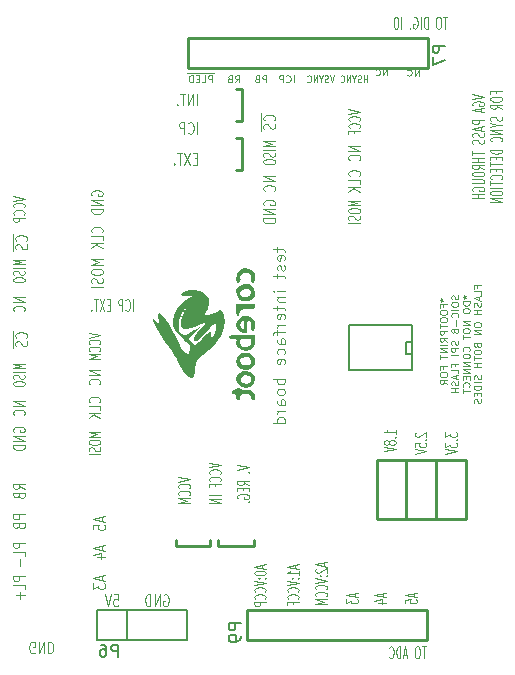
<source format=gbo>
G04 (created by PCBNEW (2013-07-07 BZR 4022)-stable) date 16/09/2013 17:45:25*
%MOIN*%
G04 Gerber Fmt 3.4, Leading zero omitted, Abs format*
%FSLAX34Y34*%
G01*
G70*
G90*
G04 APERTURE LIST*
%ADD10C,0.00590551*%
%ADD11C,0.00492126*%
%ADD12C,0.01*%
%ADD13C,0.005*%
%ADD14C,0.006*%
%ADD15C,0.0001*%
%ADD16C,0.008*%
G04 APERTURE END LIST*
G54D10*
G54D11*
X30538Y-33318D02*
X30538Y-33468D01*
X30407Y-33375D02*
X30744Y-33375D01*
X30782Y-33393D01*
X30801Y-33431D01*
X30801Y-33468D01*
X30782Y-33750D02*
X30801Y-33712D01*
X30801Y-33637D01*
X30782Y-33600D01*
X30744Y-33581D01*
X30594Y-33581D01*
X30557Y-33600D01*
X30538Y-33637D01*
X30538Y-33712D01*
X30557Y-33750D01*
X30594Y-33768D01*
X30632Y-33768D01*
X30669Y-33581D01*
X30782Y-33918D02*
X30801Y-33956D01*
X30801Y-34031D01*
X30782Y-34068D01*
X30744Y-34087D01*
X30726Y-34087D01*
X30688Y-34068D01*
X30669Y-34031D01*
X30669Y-33975D01*
X30651Y-33937D01*
X30613Y-33918D01*
X30594Y-33918D01*
X30557Y-33937D01*
X30538Y-33975D01*
X30538Y-34031D01*
X30557Y-34068D01*
X30538Y-34200D02*
X30538Y-34350D01*
X30407Y-34256D02*
X30744Y-34256D01*
X30782Y-34275D01*
X30801Y-34312D01*
X30801Y-34350D01*
X30801Y-34781D02*
X30538Y-34781D01*
X30407Y-34781D02*
X30426Y-34762D01*
X30444Y-34781D01*
X30426Y-34799D01*
X30407Y-34781D01*
X30444Y-34781D01*
X30538Y-34968D02*
X30801Y-34968D01*
X30576Y-34968D02*
X30557Y-34987D01*
X30538Y-35024D01*
X30538Y-35081D01*
X30557Y-35118D01*
X30594Y-35137D01*
X30801Y-35137D01*
X30538Y-35268D02*
X30538Y-35418D01*
X30407Y-35324D02*
X30744Y-35324D01*
X30782Y-35343D01*
X30801Y-35381D01*
X30801Y-35418D01*
X30782Y-35699D02*
X30801Y-35662D01*
X30801Y-35587D01*
X30782Y-35549D01*
X30744Y-35531D01*
X30594Y-35531D01*
X30557Y-35549D01*
X30538Y-35587D01*
X30538Y-35662D01*
X30557Y-35699D01*
X30594Y-35718D01*
X30632Y-35718D01*
X30669Y-35531D01*
X30801Y-35887D02*
X30538Y-35887D01*
X30613Y-35887D02*
X30576Y-35906D01*
X30557Y-35924D01*
X30538Y-35962D01*
X30538Y-35999D01*
X30538Y-36074D02*
X30538Y-36224D01*
X30801Y-36131D02*
X30463Y-36131D01*
X30426Y-36149D01*
X30407Y-36187D01*
X30407Y-36224D01*
X30801Y-36524D02*
X30594Y-36524D01*
X30557Y-36505D01*
X30538Y-36468D01*
X30538Y-36393D01*
X30557Y-36356D01*
X30782Y-36524D02*
X30801Y-36487D01*
X30801Y-36393D01*
X30782Y-36356D01*
X30744Y-36337D01*
X30707Y-36337D01*
X30669Y-36356D01*
X30651Y-36393D01*
X30651Y-36487D01*
X30632Y-36524D01*
X30782Y-36880D02*
X30801Y-36843D01*
X30801Y-36768D01*
X30782Y-36730D01*
X30763Y-36712D01*
X30726Y-36693D01*
X30613Y-36693D01*
X30576Y-36712D01*
X30557Y-36730D01*
X30538Y-36768D01*
X30538Y-36843D01*
X30557Y-36880D01*
X30782Y-37199D02*
X30801Y-37162D01*
X30801Y-37087D01*
X30782Y-37049D01*
X30744Y-37030D01*
X30594Y-37030D01*
X30557Y-37049D01*
X30538Y-37087D01*
X30538Y-37162D01*
X30557Y-37199D01*
X30594Y-37218D01*
X30632Y-37218D01*
X30669Y-37030D01*
X30801Y-37687D02*
X30407Y-37687D01*
X30557Y-37687D02*
X30538Y-37724D01*
X30538Y-37799D01*
X30557Y-37837D01*
X30576Y-37855D01*
X30613Y-37874D01*
X30726Y-37874D01*
X30763Y-37855D01*
X30782Y-37837D01*
X30801Y-37799D01*
X30801Y-37724D01*
X30782Y-37687D01*
X30801Y-38099D02*
X30782Y-38062D01*
X30763Y-38043D01*
X30726Y-38024D01*
X30613Y-38024D01*
X30576Y-38043D01*
X30557Y-38062D01*
X30538Y-38099D01*
X30538Y-38155D01*
X30557Y-38193D01*
X30576Y-38212D01*
X30613Y-38230D01*
X30726Y-38230D01*
X30763Y-38212D01*
X30782Y-38193D01*
X30801Y-38155D01*
X30801Y-38099D01*
X30801Y-38568D02*
X30594Y-38568D01*
X30557Y-38549D01*
X30538Y-38511D01*
X30538Y-38437D01*
X30557Y-38399D01*
X30782Y-38568D02*
X30801Y-38530D01*
X30801Y-38437D01*
X30782Y-38399D01*
X30744Y-38380D01*
X30707Y-38380D01*
X30669Y-38399D01*
X30651Y-38437D01*
X30651Y-38530D01*
X30632Y-38568D01*
X30801Y-38755D02*
X30538Y-38755D01*
X30613Y-38755D02*
X30576Y-38774D01*
X30557Y-38793D01*
X30538Y-38830D01*
X30538Y-38868D01*
X30801Y-39168D02*
X30407Y-39168D01*
X30782Y-39168D02*
X30801Y-39130D01*
X30801Y-39055D01*
X30782Y-39018D01*
X30763Y-38999D01*
X30726Y-38980D01*
X30613Y-38980D01*
X30576Y-38999D01*
X30557Y-39018D01*
X30538Y-39055D01*
X30538Y-39130D01*
X30557Y-39168D01*
X37049Y-28217D02*
X37442Y-28295D01*
X37049Y-28374D01*
X37067Y-28577D02*
X37049Y-28554D01*
X37049Y-28520D01*
X37067Y-28487D01*
X37105Y-28464D01*
X37142Y-28453D01*
X37217Y-28442D01*
X37274Y-28442D01*
X37349Y-28453D01*
X37386Y-28464D01*
X37424Y-28487D01*
X37442Y-28520D01*
X37442Y-28543D01*
X37424Y-28577D01*
X37405Y-28588D01*
X37274Y-28588D01*
X37274Y-28543D01*
X37330Y-28678D02*
X37330Y-28790D01*
X37442Y-28655D02*
X37049Y-28734D01*
X37442Y-28813D01*
X37442Y-29071D02*
X37049Y-29071D01*
X37049Y-29161D01*
X37067Y-29184D01*
X37086Y-29195D01*
X37124Y-29206D01*
X37180Y-29206D01*
X37217Y-29195D01*
X37236Y-29184D01*
X37255Y-29161D01*
X37255Y-29071D01*
X37330Y-29296D02*
X37330Y-29409D01*
X37442Y-29274D02*
X37049Y-29353D01*
X37442Y-29431D01*
X37424Y-29499D02*
X37442Y-29533D01*
X37442Y-29589D01*
X37424Y-29611D01*
X37405Y-29623D01*
X37367Y-29634D01*
X37330Y-29634D01*
X37292Y-29623D01*
X37274Y-29611D01*
X37255Y-29589D01*
X37236Y-29544D01*
X37217Y-29521D01*
X37199Y-29510D01*
X37161Y-29499D01*
X37124Y-29499D01*
X37086Y-29510D01*
X37067Y-29521D01*
X37049Y-29544D01*
X37049Y-29600D01*
X37067Y-29634D01*
X37424Y-29724D02*
X37442Y-29758D01*
X37442Y-29814D01*
X37424Y-29836D01*
X37405Y-29848D01*
X37367Y-29859D01*
X37330Y-29859D01*
X37292Y-29848D01*
X37274Y-29836D01*
X37255Y-29814D01*
X37236Y-29769D01*
X37217Y-29746D01*
X37199Y-29735D01*
X37161Y-29724D01*
X37124Y-29724D01*
X37086Y-29735D01*
X37067Y-29746D01*
X37049Y-29769D01*
X37049Y-29825D01*
X37067Y-29859D01*
X37049Y-30106D02*
X37049Y-30241D01*
X37442Y-30174D02*
X37049Y-30174D01*
X37442Y-30320D02*
X37049Y-30320D01*
X37236Y-30320D02*
X37236Y-30455D01*
X37442Y-30455D02*
X37049Y-30455D01*
X37442Y-30703D02*
X37255Y-30624D01*
X37442Y-30568D02*
X37049Y-30568D01*
X37049Y-30658D01*
X37067Y-30680D01*
X37086Y-30691D01*
X37124Y-30703D01*
X37180Y-30703D01*
X37217Y-30691D01*
X37236Y-30680D01*
X37255Y-30658D01*
X37255Y-30568D01*
X37049Y-30849D02*
X37049Y-30894D01*
X37067Y-30916D01*
X37105Y-30939D01*
X37180Y-30950D01*
X37311Y-30950D01*
X37386Y-30939D01*
X37424Y-30916D01*
X37442Y-30894D01*
X37442Y-30849D01*
X37424Y-30826D01*
X37386Y-30804D01*
X37311Y-30793D01*
X37180Y-30793D01*
X37105Y-30804D01*
X37067Y-30826D01*
X37049Y-30849D01*
X37049Y-31051D02*
X37367Y-31051D01*
X37405Y-31062D01*
X37424Y-31074D01*
X37442Y-31096D01*
X37442Y-31141D01*
X37424Y-31164D01*
X37405Y-31175D01*
X37367Y-31186D01*
X37049Y-31186D01*
X37067Y-31422D02*
X37049Y-31400D01*
X37049Y-31366D01*
X37067Y-31332D01*
X37105Y-31310D01*
X37142Y-31299D01*
X37217Y-31287D01*
X37274Y-31287D01*
X37349Y-31299D01*
X37386Y-31310D01*
X37424Y-31332D01*
X37442Y-31366D01*
X37442Y-31389D01*
X37424Y-31422D01*
X37405Y-31434D01*
X37274Y-31434D01*
X37274Y-31389D01*
X37442Y-31535D02*
X37049Y-31535D01*
X37236Y-31535D02*
X37236Y-31670D01*
X37442Y-31670D02*
X37049Y-31670D01*
X37836Y-28183D02*
X37836Y-28104D01*
X38043Y-28104D02*
X37649Y-28104D01*
X37649Y-28217D01*
X37649Y-28352D02*
X37649Y-28397D01*
X37668Y-28419D01*
X37705Y-28442D01*
X37780Y-28453D01*
X37911Y-28453D01*
X37986Y-28442D01*
X38024Y-28419D01*
X38043Y-28397D01*
X38043Y-28352D01*
X38024Y-28329D01*
X37986Y-28307D01*
X37911Y-28295D01*
X37780Y-28295D01*
X37705Y-28307D01*
X37668Y-28329D01*
X37649Y-28352D01*
X38043Y-28689D02*
X37855Y-28610D01*
X38043Y-28554D02*
X37649Y-28554D01*
X37649Y-28644D01*
X37668Y-28667D01*
X37687Y-28678D01*
X37724Y-28689D01*
X37780Y-28689D01*
X37818Y-28678D01*
X37836Y-28667D01*
X37855Y-28644D01*
X37855Y-28554D01*
X38024Y-28959D02*
X38043Y-28993D01*
X38043Y-29049D01*
X38024Y-29071D01*
X38005Y-29083D01*
X37968Y-29094D01*
X37930Y-29094D01*
X37893Y-29083D01*
X37874Y-29071D01*
X37855Y-29049D01*
X37836Y-29004D01*
X37818Y-28982D01*
X37799Y-28970D01*
X37761Y-28959D01*
X37724Y-28959D01*
X37687Y-28970D01*
X37668Y-28982D01*
X37649Y-29004D01*
X37649Y-29060D01*
X37668Y-29094D01*
X37855Y-29240D02*
X38043Y-29240D01*
X37649Y-29161D02*
X37855Y-29240D01*
X37649Y-29319D01*
X38043Y-29398D02*
X37649Y-29398D01*
X38043Y-29533D01*
X37649Y-29533D01*
X38005Y-29780D02*
X38024Y-29769D01*
X38043Y-29735D01*
X38043Y-29713D01*
X38024Y-29679D01*
X37986Y-29656D01*
X37949Y-29645D01*
X37874Y-29634D01*
X37818Y-29634D01*
X37743Y-29645D01*
X37705Y-29656D01*
X37668Y-29679D01*
X37649Y-29713D01*
X37649Y-29735D01*
X37668Y-29769D01*
X37687Y-29780D01*
X38043Y-30061D02*
X37649Y-30061D01*
X37649Y-30118D01*
X37668Y-30151D01*
X37705Y-30174D01*
X37743Y-30185D01*
X37818Y-30196D01*
X37874Y-30196D01*
X37949Y-30185D01*
X37986Y-30174D01*
X38024Y-30151D01*
X38043Y-30118D01*
X38043Y-30061D01*
X37836Y-30298D02*
X37836Y-30376D01*
X38043Y-30410D02*
X38043Y-30298D01*
X37649Y-30298D01*
X37649Y-30410D01*
X37649Y-30478D02*
X37649Y-30613D01*
X38043Y-30545D02*
X37649Y-30545D01*
X37836Y-30691D02*
X37836Y-30770D01*
X38043Y-30804D02*
X38043Y-30691D01*
X37649Y-30691D01*
X37649Y-30804D01*
X38005Y-31040D02*
X38024Y-31029D01*
X38043Y-30995D01*
X38043Y-30973D01*
X38024Y-30939D01*
X37986Y-30916D01*
X37949Y-30905D01*
X37874Y-30894D01*
X37818Y-30894D01*
X37743Y-30905D01*
X37705Y-30916D01*
X37668Y-30939D01*
X37649Y-30973D01*
X37649Y-30995D01*
X37668Y-31029D01*
X37687Y-31040D01*
X37649Y-31107D02*
X37649Y-31242D01*
X38043Y-31175D02*
X37649Y-31175D01*
X38043Y-31321D02*
X37649Y-31321D01*
X37649Y-31479D02*
X37649Y-31524D01*
X37668Y-31546D01*
X37705Y-31569D01*
X37780Y-31580D01*
X37911Y-31580D01*
X37986Y-31569D01*
X38024Y-31546D01*
X38043Y-31524D01*
X38043Y-31479D01*
X38024Y-31456D01*
X37986Y-31434D01*
X37911Y-31422D01*
X37780Y-31422D01*
X37705Y-31434D01*
X37668Y-31456D01*
X37649Y-31479D01*
X38043Y-31681D02*
X37649Y-31681D01*
X38043Y-31816D01*
X37649Y-31816D01*
X36197Y-25631D02*
X36062Y-25631D01*
X36130Y-26025D02*
X36130Y-25631D01*
X35939Y-25631D02*
X35894Y-25631D01*
X35871Y-25650D01*
X35849Y-25688D01*
X35838Y-25763D01*
X35838Y-25894D01*
X35849Y-25969D01*
X35871Y-26006D01*
X35894Y-26025D01*
X35939Y-26025D01*
X35961Y-26006D01*
X35984Y-25969D01*
X35995Y-25894D01*
X35995Y-25763D01*
X35984Y-25688D01*
X35961Y-25650D01*
X35939Y-25631D01*
X35556Y-26025D02*
X35556Y-25631D01*
X35500Y-25631D01*
X35466Y-25650D01*
X35444Y-25688D01*
X35433Y-25725D01*
X35421Y-25800D01*
X35421Y-25856D01*
X35433Y-25931D01*
X35444Y-25969D01*
X35466Y-26006D01*
X35500Y-26025D01*
X35556Y-26025D01*
X35320Y-26025D02*
X35320Y-25631D01*
X35084Y-25650D02*
X35106Y-25631D01*
X35140Y-25631D01*
X35174Y-25650D01*
X35196Y-25688D01*
X35208Y-25725D01*
X35219Y-25800D01*
X35219Y-25856D01*
X35208Y-25931D01*
X35196Y-25969D01*
X35174Y-26006D01*
X35140Y-26025D01*
X35118Y-26025D01*
X35084Y-26006D01*
X35073Y-25988D01*
X35073Y-25856D01*
X35118Y-25856D01*
X34971Y-25988D02*
X34960Y-26006D01*
X34971Y-26025D01*
X34983Y-26006D01*
X34971Y-25988D01*
X34971Y-26025D01*
X34679Y-26025D02*
X34679Y-25631D01*
X34521Y-25631D02*
X34476Y-25631D01*
X34454Y-25650D01*
X34431Y-25688D01*
X34420Y-25763D01*
X34420Y-25894D01*
X34431Y-25969D01*
X34454Y-26006D01*
X34476Y-26025D01*
X34521Y-26025D01*
X34544Y-26006D01*
X34566Y-25969D01*
X34578Y-25894D01*
X34578Y-25763D01*
X34566Y-25688D01*
X34544Y-25650D01*
X34521Y-25631D01*
X34203Y-27579D02*
X34203Y-27382D01*
X34068Y-27579D01*
X34068Y-27382D01*
X33821Y-27560D02*
X33832Y-27570D01*
X33866Y-27579D01*
X33888Y-27579D01*
X33922Y-27570D01*
X33944Y-27551D01*
X33956Y-27532D01*
X33967Y-27495D01*
X33967Y-27467D01*
X33956Y-27429D01*
X33944Y-27410D01*
X33922Y-27392D01*
X33888Y-27382D01*
X33866Y-27382D01*
X33832Y-27392D01*
X33821Y-27401D01*
X35262Y-27587D02*
X35262Y-27390D01*
X35127Y-27587D01*
X35127Y-27390D01*
X34880Y-27568D02*
X34891Y-27578D01*
X34925Y-27587D01*
X34947Y-27587D01*
X34981Y-27578D01*
X35003Y-27559D01*
X35015Y-27540D01*
X35026Y-27503D01*
X35026Y-27475D01*
X35015Y-27437D01*
X35003Y-27418D01*
X34981Y-27400D01*
X34947Y-27390D01*
X34925Y-27390D01*
X34891Y-27400D01*
X34880Y-27409D01*
X33535Y-27812D02*
X33535Y-27575D01*
X33535Y-27688D02*
X33423Y-27688D01*
X33423Y-27812D02*
X33423Y-27575D01*
X33338Y-27800D02*
X33310Y-27812D01*
X33263Y-27812D01*
X33245Y-27800D01*
X33235Y-27789D01*
X33226Y-27767D01*
X33226Y-27744D01*
X33235Y-27722D01*
X33245Y-27710D01*
X33263Y-27699D01*
X33301Y-27688D01*
X33320Y-27677D01*
X33329Y-27665D01*
X33338Y-27643D01*
X33338Y-27620D01*
X33329Y-27598D01*
X33320Y-27587D01*
X33301Y-27575D01*
X33254Y-27575D01*
X33226Y-27587D01*
X33104Y-27699D02*
X33104Y-27812D01*
X33170Y-27575D02*
X33104Y-27699D01*
X33038Y-27575D01*
X32973Y-27812D02*
X32973Y-27575D01*
X32860Y-27812D01*
X32860Y-27575D01*
X32654Y-27789D02*
X32664Y-27800D01*
X32692Y-27812D01*
X32710Y-27812D01*
X32739Y-27800D01*
X32757Y-27778D01*
X32767Y-27755D01*
X32776Y-27710D01*
X32776Y-27677D01*
X32767Y-27632D01*
X32757Y-27609D01*
X32739Y-27587D01*
X32710Y-27575D01*
X32692Y-27575D01*
X32664Y-27587D01*
X32654Y-27598D01*
X32422Y-27575D02*
X32356Y-27812D01*
X32290Y-27575D01*
X32234Y-27800D02*
X32206Y-27812D01*
X32159Y-27812D01*
X32140Y-27800D01*
X32131Y-27789D01*
X32122Y-27767D01*
X32122Y-27744D01*
X32131Y-27722D01*
X32140Y-27710D01*
X32159Y-27699D01*
X32197Y-27688D01*
X32215Y-27677D01*
X32225Y-27665D01*
X32234Y-27643D01*
X32234Y-27620D01*
X32225Y-27598D01*
X32215Y-27587D01*
X32197Y-27575D01*
X32150Y-27575D01*
X32122Y-27587D01*
X32000Y-27699D02*
X32000Y-27812D01*
X32065Y-27575D02*
X32000Y-27699D01*
X31934Y-27575D01*
X31869Y-27812D02*
X31869Y-27575D01*
X31756Y-27812D01*
X31756Y-27575D01*
X31550Y-27789D02*
X31559Y-27800D01*
X31587Y-27812D01*
X31606Y-27812D01*
X31634Y-27800D01*
X31653Y-27778D01*
X31662Y-27755D01*
X31672Y-27710D01*
X31672Y-27677D01*
X31662Y-27632D01*
X31653Y-27609D01*
X31634Y-27587D01*
X31606Y-27575D01*
X31587Y-27575D01*
X31559Y-27587D01*
X31550Y-27598D01*
X31085Y-27812D02*
X31085Y-27575D01*
X30838Y-27789D02*
X30849Y-27800D01*
X30883Y-27812D01*
X30905Y-27812D01*
X30939Y-27800D01*
X30961Y-27778D01*
X30973Y-27755D01*
X30984Y-27710D01*
X30984Y-27677D01*
X30973Y-27632D01*
X30961Y-27609D01*
X30939Y-27587D01*
X30905Y-27575D01*
X30883Y-27575D01*
X30849Y-27587D01*
X30838Y-27598D01*
X30736Y-27812D02*
X30736Y-27575D01*
X30646Y-27575D01*
X30624Y-27587D01*
X30613Y-27598D01*
X30601Y-27620D01*
X30601Y-27654D01*
X30613Y-27677D01*
X30624Y-27688D01*
X30646Y-27699D01*
X30736Y-27699D01*
X30179Y-27812D02*
X30179Y-27575D01*
X30089Y-27575D01*
X30067Y-27587D01*
X30056Y-27598D01*
X30044Y-27620D01*
X30044Y-27654D01*
X30056Y-27677D01*
X30067Y-27688D01*
X30089Y-27699D01*
X30179Y-27699D01*
X29865Y-27688D02*
X29831Y-27699D01*
X29820Y-27710D01*
X29808Y-27733D01*
X29808Y-27767D01*
X29820Y-27789D01*
X29831Y-27800D01*
X29853Y-27812D01*
X29943Y-27812D01*
X29943Y-27575D01*
X29865Y-27575D01*
X29842Y-27587D01*
X29831Y-27598D01*
X29820Y-27620D01*
X29820Y-27643D01*
X29831Y-27665D01*
X29842Y-27677D01*
X29865Y-27688D01*
X29943Y-27688D01*
X29139Y-27812D02*
X29218Y-27699D01*
X29274Y-27812D02*
X29274Y-27575D01*
X29184Y-27575D01*
X29161Y-27587D01*
X29150Y-27598D01*
X29139Y-27620D01*
X29139Y-27654D01*
X29150Y-27677D01*
X29161Y-27688D01*
X29184Y-27699D01*
X29274Y-27699D01*
X28959Y-27688D02*
X28925Y-27699D01*
X28914Y-27710D01*
X28903Y-27733D01*
X28903Y-27767D01*
X28914Y-27789D01*
X28925Y-27800D01*
X28948Y-27812D01*
X29038Y-27812D01*
X29038Y-27575D01*
X28959Y-27575D01*
X28937Y-27587D01*
X28925Y-27598D01*
X28914Y-27620D01*
X28914Y-27643D01*
X28925Y-27665D01*
X28937Y-27677D01*
X28959Y-27688D01*
X29038Y-27688D01*
X28368Y-27812D02*
X28368Y-27575D01*
X28278Y-27575D01*
X28256Y-27587D01*
X28245Y-27598D01*
X28233Y-27620D01*
X28233Y-27654D01*
X28245Y-27677D01*
X28256Y-27688D01*
X28278Y-27699D01*
X28368Y-27699D01*
X28020Y-27812D02*
X28132Y-27812D01*
X28132Y-27575D01*
X27941Y-27688D02*
X27862Y-27688D01*
X27829Y-27812D02*
X27941Y-27812D01*
X27941Y-27575D01*
X27829Y-27575D01*
X27727Y-27812D02*
X27727Y-27575D01*
X27671Y-27575D01*
X27637Y-27587D01*
X27615Y-27609D01*
X27604Y-27632D01*
X27592Y-27677D01*
X27592Y-27710D01*
X27604Y-27755D01*
X27615Y-27778D01*
X27637Y-27800D01*
X27671Y-27812D01*
X27727Y-27812D01*
X28425Y-27500D02*
X27547Y-27500D01*
G54D12*
X29370Y-30748D02*
X29173Y-30748D01*
X29370Y-29685D02*
X29370Y-30748D01*
X29173Y-29685D02*
X29370Y-29685D01*
X29370Y-29094D02*
X29173Y-29094D01*
X29370Y-28031D02*
X29370Y-29094D01*
X29173Y-28031D02*
X29370Y-28031D01*
X29763Y-43267D02*
X29763Y-43070D01*
X28582Y-43267D02*
X29763Y-43267D01*
X28582Y-43070D02*
X28582Y-43267D01*
X28307Y-43267D02*
X28307Y-43070D01*
X27165Y-43267D02*
X28307Y-43267D01*
X27165Y-43070D02*
X27165Y-43267D01*
X34842Y-40393D02*
X34842Y-42362D01*
X35826Y-40393D02*
X35826Y-42362D01*
X33858Y-42362D02*
X33858Y-40393D01*
X36850Y-42362D02*
X33858Y-42362D01*
X36850Y-40393D02*
X36850Y-42362D01*
X33858Y-40393D02*
X36850Y-40393D01*
G54D11*
X35961Y-35067D02*
X36017Y-35067D01*
X35995Y-35011D02*
X36017Y-35067D01*
X35995Y-35123D01*
X36062Y-35033D02*
X36017Y-35067D01*
X36062Y-35101D01*
X36074Y-35292D02*
X36074Y-35213D01*
X36197Y-35213D02*
X35961Y-35213D01*
X35961Y-35326D01*
X35961Y-35461D02*
X35961Y-35506D01*
X35973Y-35528D01*
X35995Y-35551D01*
X36040Y-35562D01*
X36119Y-35562D01*
X36164Y-35551D01*
X36186Y-35528D01*
X36197Y-35506D01*
X36197Y-35461D01*
X36186Y-35438D01*
X36164Y-35416D01*
X36119Y-35404D01*
X36040Y-35404D01*
X35995Y-35416D01*
X35973Y-35438D01*
X35961Y-35461D01*
X35961Y-35708D02*
X35961Y-35753D01*
X35973Y-35776D01*
X35995Y-35798D01*
X36040Y-35809D01*
X36119Y-35809D01*
X36164Y-35798D01*
X36186Y-35776D01*
X36197Y-35753D01*
X36197Y-35708D01*
X36186Y-35686D01*
X36164Y-35663D01*
X36119Y-35652D01*
X36040Y-35652D01*
X35995Y-35663D01*
X35973Y-35686D01*
X35961Y-35708D01*
X35961Y-35877D02*
X35961Y-36012D01*
X36197Y-35944D02*
X35961Y-35944D01*
X36197Y-36091D02*
X35961Y-36091D01*
X35961Y-36181D01*
X35973Y-36203D01*
X35984Y-36214D01*
X36006Y-36226D01*
X36040Y-36226D01*
X36062Y-36214D01*
X36074Y-36203D01*
X36085Y-36181D01*
X36085Y-36091D01*
X36197Y-36462D02*
X36085Y-36383D01*
X36197Y-36327D02*
X35961Y-36327D01*
X35961Y-36417D01*
X35973Y-36439D01*
X35984Y-36451D01*
X36006Y-36462D01*
X36040Y-36462D01*
X36062Y-36451D01*
X36074Y-36439D01*
X36085Y-36417D01*
X36085Y-36327D01*
X36197Y-36563D02*
X35961Y-36563D01*
X36197Y-36676D02*
X35961Y-36676D01*
X36197Y-36811D01*
X35961Y-36811D01*
X35961Y-36889D02*
X35961Y-37024D01*
X36197Y-36957D02*
X35961Y-36957D01*
X36074Y-37362D02*
X36074Y-37283D01*
X36197Y-37283D02*
X35961Y-37283D01*
X35961Y-37395D01*
X35961Y-37530D02*
X35961Y-37575D01*
X35973Y-37598D01*
X35995Y-37620D01*
X36040Y-37632D01*
X36119Y-37632D01*
X36164Y-37620D01*
X36186Y-37598D01*
X36197Y-37575D01*
X36197Y-37530D01*
X36186Y-37508D01*
X36164Y-37485D01*
X36119Y-37474D01*
X36040Y-37474D01*
X35995Y-37485D01*
X35973Y-37508D01*
X35961Y-37530D01*
X36197Y-37868D02*
X36085Y-37789D01*
X36197Y-37733D02*
X35961Y-37733D01*
X35961Y-37823D01*
X35973Y-37845D01*
X35984Y-37857D01*
X36006Y-37868D01*
X36040Y-37868D01*
X36062Y-37857D01*
X36074Y-37845D01*
X36085Y-37823D01*
X36085Y-37733D01*
X36566Y-34910D02*
X36577Y-34943D01*
X36577Y-35000D01*
X36566Y-35022D01*
X36555Y-35033D01*
X36532Y-35044D01*
X36510Y-35044D01*
X36487Y-35033D01*
X36476Y-35022D01*
X36465Y-35000D01*
X36454Y-34955D01*
X36442Y-34932D01*
X36431Y-34921D01*
X36409Y-34910D01*
X36386Y-34910D01*
X36364Y-34921D01*
X36352Y-34932D01*
X36341Y-34955D01*
X36341Y-35011D01*
X36352Y-35044D01*
X36341Y-35191D02*
X36341Y-35236D01*
X36352Y-35258D01*
X36375Y-35281D01*
X36420Y-35292D01*
X36499Y-35292D01*
X36544Y-35281D01*
X36566Y-35258D01*
X36577Y-35236D01*
X36577Y-35191D01*
X36566Y-35168D01*
X36544Y-35146D01*
X36499Y-35134D01*
X36420Y-35134D01*
X36375Y-35146D01*
X36352Y-35168D01*
X36341Y-35191D01*
X36577Y-35393D02*
X36341Y-35393D01*
X36555Y-35641D02*
X36566Y-35629D01*
X36577Y-35596D01*
X36577Y-35573D01*
X36566Y-35539D01*
X36544Y-35517D01*
X36521Y-35506D01*
X36476Y-35494D01*
X36442Y-35494D01*
X36397Y-35506D01*
X36375Y-35517D01*
X36352Y-35539D01*
X36341Y-35573D01*
X36341Y-35596D01*
X36352Y-35629D01*
X36364Y-35641D01*
X36487Y-35742D02*
X36487Y-35922D01*
X36442Y-36068D02*
X36431Y-36046D01*
X36420Y-36034D01*
X36397Y-36023D01*
X36386Y-36023D01*
X36364Y-36034D01*
X36352Y-36046D01*
X36341Y-36068D01*
X36341Y-36113D01*
X36352Y-36136D01*
X36364Y-36147D01*
X36386Y-36158D01*
X36397Y-36158D01*
X36420Y-36147D01*
X36431Y-36136D01*
X36442Y-36113D01*
X36442Y-36068D01*
X36454Y-36046D01*
X36465Y-36034D01*
X36487Y-36023D01*
X36532Y-36023D01*
X36555Y-36034D01*
X36566Y-36046D01*
X36577Y-36068D01*
X36577Y-36113D01*
X36566Y-36136D01*
X36555Y-36147D01*
X36532Y-36158D01*
X36487Y-36158D01*
X36465Y-36147D01*
X36454Y-36136D01*
X36442Y-36113D01*
X36566Y-36428D02*
X36577Y-36462D01*
X36577Y-36518D01*
X36566Y-36541D01*
X36555Y-36552D01*
X36532Y-36563D01*
X36510Y-36563D01*
X36487Y-36552D01*
X36476Y-36541D01*
X36465Y-36518D01*
X36454Y-36473D01*
X36442Y-36451D01*
X36431Y-36439D01*
X36409Y-36428D01*
X36386Y-36428D01*
X36364Y-36439D01*
X36352Y-36451D01*
X36341Y-36473D01*
X36341Y-36529D01*
X36352Y-36563D01*
X36577Y-36664D02*
X36341Y-36664D01*
X36341Y-36754D01*
X36352Y-36777D01*
X36364Y-36788D01*
X36386Y-36799D01*
X36420Y-36799D01*
X36442Y-36788D01*
X36454Y-36777D01*
X36465Y-36754D01*
X36465Y-36664D01*
X36577Y-36901D02*
X36341Y-36901D01*
X36454Y-37272D02*
X36454Y-37193D01*
X36577Y-37193D02*
X36341Y-37193D01*
X36341Y-37305D01*
X36577Y-37508D02*
X36577Y-37395D01*
X36341Y-37395D01*
X36510Y-37575D02*
X36510Y-37688D01*
X36577Y-37553D02*
X36341Y-37632D01*
X36577Y-37710D01*
X36566Y-37778D02*
X36577Y-37812D01*
X36577Y-37868D01*
X36566Y-37890D01*
X36555Y-37902D01*
X36532Y-37913D01*
X36510Y-37913D01*
X36487Y-37902D01*
X36476Y-37890D01*
X36465Y-37868D01*
X36454Y-37823D01*
X36442Y-37800D01*
X36431Y-37789D01*
X36409Y-37778D01*
X36386Y-37778D01*
X36364Y-37789D01*
X36352Y-37800D01*
X36341Y-37823D01*
X36341Y-37879D01*
X36352Y-37913D01*
X36577Y-38014D02*
X36341Y-38014D01*
X36454Y-38014D02*
X36454Y-38149D01*
X36577Y-38149D02*
X36341Y-38149D01*
X36721Y-34971D02*
X36777Y-34971D01*
X36755Y-34915D02*
X36777Y-34971D01*
X36755Y-35028D01*
X36822Y-34938D02*
X36777Y-34971D01*
X36822Y-35005D01*
X36957Y-35118D02*
X36721Y-35118D01*
X36721Y-35174D01*
X36732Y-35208D01*
X36755Y-35230D01*
X36777Y-35241D01*
X36822Y-35253D01*
X36856Y-35253D01*
X36901Y-35241D01*
X36924Y-35230D01*
X36946Y-35208D01*
X36957Y-35174D01*
X36957Y-35118D01*
X36721Y-35399D02*
X36721Y-35444D01*
X36732Y-35466D01*
X36755Y-35489D01*
X36800Y-35500D01*
X36879Y-35500D01*
X36924Y-35489D01*
X36946Y-35466D01*
X36957Y-35444D01*
X36957Y-35399D01*
X36946Y-35376D01*
X36924Y-35354D01*
X36879Y-35343D01*
X36800Y-35343D01*
X36755Y-35354D01*
X36732Y-35376D01*
X36721Y-35399D01*
X36957Y-35781D02*
X36721Y-35781D01*
X36957Y-35916D01*
X36721Y-35916D01*
X36721Y-36074D02*
X36721Y-36119D01*
X36732Y-36141D01*
X36755Y-36164D01*
X36800Y-36175D01*
X36879Y-36175D01*
X36924Y-36164D01*
X36946Y-36141D01*
X36957Y-36119D01*
X36957Y-36074D01*
X36946Y-36051D01*
X36924Y-36029D01*
X36879Y-36017D01*
X36800Y-36017D01*
X36755Y-36029D01*
X36732Y-36051D01*
X36721Y-36074D01*
X36721Y-36242D02*
X36721Y-36377D01*
X36957Y-36310D02*
X36721Y-36310D01*
X36935Y-36771D02*
X36946Y-36760D01*
X36957Y-36726D01*
X36957Y-36704D01*
X36946Y-36670D01*
X36924Y-36647D01*
X36901Y-36636D01*
X36856Y-36625D01*
X36822Y-36625D01*
X36777Y-36636D01*
X36755Y-36647D01*
X36732Y-36670D01*
X36721Y-36704D01*
X36721Y-36726D01*
X36732Y-36760D01*
X36744Y-36771D01*
X36721Y-36917D02*
X36721Y-36962D01*
X36732Y-36985D01*
X36755Y-37007D01*
X36800Y-37019D01*
X36879Y-37019D01*
X36924Y-37007D01*
X36946Y-36985D01*
X36957Y-36962D01*
X36957Y-36917D01*
X36946Y-36895D01*
X36924Y-36872D01*
X36879Y-36861D01*
X36800Y-36861D01*
X36755Y-36872D01*
X36732Y-36895D01*
X36721Y-36917D01*
X36957Y-37120D02*
X36721Y-37120D01*
X36957Y-37255D01*
X36721Y-37255D01*
X36957Y-37367D02*
X36721Y-37367D01*
X36957Y-37502D01*
X36721Y-37502D01*
X36834Y-37615D02*
X36834Y-37694D01*
X36957Y-37727D02*
X36957Y-37615D01*
X36721Y-37615D01*
X36721Y-37727D01*
X36935Y-37964D02*
X36946Y-37952D01*
X36957Y-37919D01*
X36957Y-37896D01*
X36946Y-37862D01*
X36924Y-37840D01*
X36901Y-37829D01*
X36856Y-37817D01*
X36822Y-37817D01*
X36777Y-37829D01*
X36755Y-37840D01*
X36732Y-37862D01*
X36721Y-37896D01*
X36721Y-37919D01*
X36732Y-37952D01*
X36744Y-37964D01*
X36721Y-38031D02*
X36721Y-38166D01*
X36957Y-38098D02*
X36721Y-38098D01*
X37214Y-34656D02*
X37214Y-34578D01*
X37337Y-34578D02*
X37101Y-34578D01*
X37101Y-34690D01*
X37337Y-34893D02*
X37337Y-34780D01*
X37101Y-34780D01*
X37270Y-34960D02*
X37270Y-35073D01*
X37337Y-34938D02*
X37101Y-35016D01*
X37337Y-35095D01*
X37326Y-35163D02*
X37337Y-35196D01*
X37337Y-35253D01*
X37326Y-35275D01*
X37315Y-35286D01*
X37292Y-35298D01*
X37270Y-35298D01*
X37247Y-35286D01*
X37236Y-35275D01*
X37225Y-35253D01*
X37214Y-35208D01*
X37202Y-35185D01*
X37191Y-35174D01*
X37169Y-35163D01*
X37146Y-35163D01*
X37124Y-35174D01*
X37112Y-35185D01*
X37101Y-35208D01*
X37101Y-35264D01*
X37112Y-35298D01*
X37337Y-35399D02*
X37101Y-35399D01*
X37214Y-35399D02*
X37214Y-35534D01*
X37337Y-35534D02*
X37101Y-35534D01*
X37101Y-35871D02*
X37101Y-35916D01*
X37112Y-35939D01*
X37135Y-35961D01*
X37180Y-35973D01*
X37258Y-35973D01*
X37303Y-35961D01*
X37326Y-35939D01*
X37337Y-35916D01*
X37337Y-35871D01*
X37326Y-35849D01*
X37303Y-35826D01*
X37258Y-35815D01*
X37180Y-35815D01*
X37135Y-35826D01*
X37112Y-35849D01*
X37101Y-35871D01*
X37337Y-36074D02*
X37101Y-36074D01*
X37337Y-36209D01*
X37101Y-36209D01*
X37214Y-36580D02*
X37225Y-36614D01*
X37236Y-36625D01*
X37258Y-36636D01*
X37292Y-36636D01*
X37315Y-36625D01*
X37326Y-36614D01*
X37337Y-36591D01*
X37337Y-36501D01*
X37101Y-36501D01*
X37101Y-36580D01*
X37112Y-36602D01*
X37124Y-36614D01*
X37146Y-36625D01*
X37169Y-36625D01*
X37191Y-36614D01*
X37202Y-36602D01*
X37214Y-36580D01*
X37214Y-36501D01*
X37101Y-36782D02*
X37101Y-36827D01*
X37112Y-36850D01*
X37135Y-36872D01*
X37180Y-36884D01*
X37258Y-36884D01*
X37303Y-36872D01*
X37326Y-36850D01*
X37337Y-36827D01*
X37337Y-36782D01*
X37326Y-36760D01*
X37303Y-36737D01*
X37258Y-36726D01*
X37180Y-36726D01*
X37135Y-36737D01*
X37112Y-36760D01*
X37101Y-36782D01*
X37101Y-36951D02*
X37101Y-37086D01*
X37337Y-37019D02*
X37101Y-37019D01*
X37337Y-37165D02*
X37101Y-37165D01*
X37214Y-37165D02*
X37214Y-37300D01*
X37337Y-37300D02*
X37101Y-37300D01*
X37326Y-37581D02*
X37337Y-37615D01*
X37337Y-37671D01*
X37326Y-37694D01*
X37315Y-37705D01*
X37292Y-37716D01*
X37270Y-37716D01*
X37247Y-37705D01*
X37236Y-37694D01*
X37225Y-37671D01*
X37214Y-37626D01*
X37202Y-37604D01*
X37191Y-37592D01*
X37169Y-37581D01*
X37146Y-37581D01*
X37124Y-37592D01*
X37112Y-37604D01*
X37101Y-37626D01*
X37101Y-37682D01*
X37112Y-37716D01*
X37337Y-37817D02*
X37101Y-37817D01*
X37337Y-37930D02*
X37101Y-37930D01*
X37101Y-37986D01*
X37112Y-38020D01*
X37135Y-38042D01*
X37157Y-38053D01*
X37202Y-38065D01*
X37236Y-38065D01*
X37281Y-38053D01*
X37303Y-38042D01*
X37326Y-38020D01*
X37337Y-37986D01*
X37337Y-37930D01*
X37214Y-38166D02*
X37214Y-38245D01*
X37337Y-38278D02*
X37337Y-38166D01*
X37101Y-38166D01*
X37101Y-38278D01*
X37326Y-38368D02*
X37337Y-38402D01*
X37337Y-38458D01*
X37326Y-38481D01*
X37315Y-38492D01*
X37292Y-38503D01*
X37270Y-38503D01*
X37247Y-38492D01*
X37236Y-38481D01*
X37225Y-38458D01*
X37214Y-38413D01*
X37202Y-38391D01*
X37191Y-38380D01*
X37169Y-38368D01*
X37146Y-38368D01*
X37124Y-38380D01*
X37112Y-38391D01*
X37101Y-38413D01*
X37101Y-38470D01*
X37112Y-38503D01*
X35489Y-46616D02*
X35354Y-46616D01*
X35421Y-47009D02*
X35421Y-46616D01*
X35230Y-46616D02*
X35185Y-46616D01*
X35163Y-46634D01*
X35140Y-46672D01*
X35129Y-46747D01*
X35129Y-46878D01*
X35140Y-46953D01*
X35163Y-46991D01*
X35185Y-47009D01*
X35230Y-47009D01*
X35253Y-46991D01*
X35275Y-46953D01*
X35286Y-46878D01*
X35286Y-46747D01*
X35275Y-46672D01*
X35253Y-46634D01*
X35230Y-46616D01*
X34859Y-46897D02*
X34746Y-46897D01*
X34881Y-47009D02*
X34803Y-46616D01*
X34724Y-47009D01*
X34645Y-47009D02*
X34645Y-46616D01*
X34589Y-46616D01*
X34555Y-46634D01*
X34533Y-46672D01*
X34521Y-46709D01*
X34510Y-46784D01*
X34510Y-46841D01*
X34521Y-46916D01*
X34533Y-46953D01*
X34555Y-46991D01*
X34589Y-47009D01*
X34645Y-47009D01*
X34274Y-46972D02*
X34285Y-46991D01*
X34319Y-47009D01*
X34341Y-47009D01*
X34375Y-46991D01*
X34398Y-46953D01*
X34409Y-46916D01*
X34420Y-46841D01*
X34420Y-46784D01*
X34409Y-46709D01*
X34398Y-46672D01*
X34375Y-46634D01*
X34341Y-46616D01*
X34319Y-46616D01*
X34285Y-46634D01*
X34274Y-46653D01*
X22452Y-46829D02*
X22424Y-46848D01*
X22381Y-46848D01*
X22339Y-46829D01*
X22311Y-46792D01*
X22297Y-46754D01*
X22283Y-46679D01*
X22283Y-46623D01*
X22297Y-46548D01*
X22311Y-46511D01*
X22339Y-46473D01*
X22381Y-46454D01*
X22410Y-46454D01*
X22452Y-46473D01*
X22466Y-46492D01*
X22466Y-46623D01*
X22410Y-46623D01*
X22592Y-46454D02*
X22592Y-46848D01*
X22761Y-46454D01*
X22761Y-46848D01*
X22902Y-46454D02*
X22902Y-46848D01*
X22972Y-46848D01*
X23014Y-46829D01*
X23042Y-46792D01*
X23056Y-46754D01*
X23070Y-46679D01*
X23070Y-46623D01*
X23056Y-46548D01*
X23042Y-46511D01*
X23014Y-46473D01*
X22972Y-46454D01*
X22902Y-46454D01*
X26760Y-44902D02*
X26788Y-44883D01*
X26830Y-44883D01*
X26872Y-44902D01*
X26901Y-44940D01*
X26915Y-44977D01*
X26929Y-45052D01*
X26929Y-45108D01*
X26915Y-45183D01*
X26901Y-45221D01*
X26872Y-45258D01*
X26830Y-45277D01*
X26802Y-45277D01*
X26760Y-45258D01*
X26746Y-45239D01*
X26746Y-45108D01*
X26802Y-45108D01*
X26619Y-45277D02*
X26619Y-44883D01*
X26451Y-45277D01*
X26451Y-44883D01*
X26310Y-45277D02*
X26310Y-44883D01*
X26240Y-44883D01*
X26197Y-44902D01*
X26169Y-44940D01*
X26155Y-44977D01*
X26141Y-45052D01*
X26141Y-45108D01*
X26155Y-45183D01*
X26169Y-45221D01*
X26197Y-45258D01*
X26240Y-45277D01*
X26310Y-45277D01*
X25095Y-44883D02*
X25236Y-44883D01*
X25250Y-45071D01*
X25236Y-45052D01*
X25208Y-45033D01*
X25137Y-45033D01*
X25109Y-45052D01*
X25095Y-45071D01*
X25081Y-45108D01*
X25081Y-45202D01*
X25095Y-45239D01*
X25109Y-45258D01*
X25137Y-45277D01*
X25208Y-45277D01*
X25236Y-45258D01*
X25250Y-45239D01*
X24997Y-44883D02*
X24898Y-45277D01*
X24800Y-44883D01*
X35086Y-44848D02*
X35086Y-44960D01*
X35198Y-44825D02*
X34805Y-44904D01*
X35198Y-44983D01*
X34805Y-45174D02*
X34805Y-45061D01*
X34992Y-45050D01*
X34973Y-45061D01*
X34955Y-45084D01*
X34955Y-45140D01*
X34973Y-45163D01*
X34992Y-45174D01*
X35029Y-45185D01*
X35123Y-45185D01*
X35161Y-45174D01*
X35179Y-45163D01*
X35198Y-45140D01*
X35198Y-45084D01*
X35179Y-45061D01*
X35161Y-45050D01*
X34062Y-44848D02*
X34062Y-44960D01*
X34175Y-44825D02*
X33781Y-44904D01*
X34175Y-44983D01*
X33912Y-45163D02*
X34175Y-45163D01*
X33762Y-45106D02*
X34043Y-45050D01*
X34043Y-45196D01*
X33117Y-44848D02*
X33117Y-44960D01*
X33230Y-44825D02*
X32836Y-44904D01*
X33230Y-44983D01*
X32836Y-45039D02*
X32836Y-45185D01*
X32986Y-45106D01*
X32986Y-45140D01*
X33005Y-45163D01*
X33023Y-45174D01*
X33061Y-45185D01*
X33155Y-45185D01*
X33192Y-45174D01*
X33211Y-45163D01*
X33230Y-45140D01*
X33230Y-45073D01*
X33211Y-45050D01*
X33192Y-45039D01*
X32094Y-43824D02*
X32094Y-43937D01*
X32206Y-43802D02*
X31812Y-43880D01*
X32206Y-43959D01*
X31850Y-44026D02*
X31831Y-44038D01*
X31812Y-44060D01*
X31812Y-44116D01*
X31831Y-44139D01*
X31850Y-44150D01*
X31887Y-44161D01*
X31925Y-44161D01*
X31981Y-44150D01*
X32206Y-44015D01*
X32206Y-44161D01*
X32169Y-44263D02*
X32187Y-44274D01*
X32206Y-44263D01*
X32187Y-44251D01*
X32169Y-44263D01*
X32206Y-44263D01*
X31962Y-44263D02*
X31981Y-44274D01*
X32000Y-44263D01*
X31981Y-44251D01*
X31962Y-44263D01*
X32000Y-44263D01*
X31812Y-44341D02*
X32206Y-44420D01*
X31812Y-44499D01*
X32169Y-44713D02*
X32187Y-44701D01*
X32206Y-44668D01*
X32206Y-44645D01*
X32187Y-44611D01*
X32150Y-44589D01*
X32112Y-44578D01*
X32037Y-44566D01*
X31981Y-44566D01*
X31906Y-44578D01*
X31869Y-44589D01*
X31831Y-44611D01*
X31812Y-44645D01*
X31812Y-44668D01*
X31831Y-44701D01*
X31850Y-44713D01*
X32169Y-44949D02*
X32187Y-44938D01*
X32206Y-44904D01*
X32206Y-44881D01*
X32187Y-44848D01*
X32150Y-44825D01*
X32112Y-44814D01*
X32037Y-44803D01*
X31981Y-44803D01*
X31906Y-44814D01*
X31869Y-44825D01*
X31831Y-44848D01*
X31812Y-44881D01*
X31812Y-44904D01*
X31831Y-44938D01*
X31850Y-44949D01*
X32206Y-45050D02*
X31812Y-45050D01*
X32094Y-45129D01*
X31812Y-45208D01*
X32206Y-45208D01*
X31149Y-43903D02*
X31149Y-44015D01*
X31261Y-43880D02*
X30868Y-43959D01*
X31261Y-44038D01*
X31261Y-44240D02*
X31261Y-44105D01*
X31261Y-44173D02*
X30868Y-44173D01*
X30924Y-44150D01*
X30961Y-44128D01*
X30980Y-44105D01*
X31224Y-44341D02*
X31242Y-44353D01*
X31261Y-44341D01*
X31242Y-44330D01*
X31224Y-44341D01*
X31261Y-44341D01*
X31017Y-44341D02*
X31036Y-44353D01*
X31055Y-44341D01*
X31036Y-44330D01*
X31017Y-44341D01*
X31055Y-44341D01*
X30868Y-44420D02*
X31261Y-44499D01*
X30868Y-44578D01*
X31224Y-44791D02*
X31242Y-44780D01*
X31261Y-44746D01*
X31261Y-44724D01*
X31242Y-44690D01*
X31205Y-44668D01*
X31167Y-44656D01*
X31092Y-44645D01*
X31036Y-44645D01*
X30961Y-44656D01*
X30924Y-44668D01*
X30886Y-44690D01*
X30868Y-44724D01*
X30868Y-44746D01*
X30886Y-44780D01*
X30905Y-44791D01*
X31224Y-45028D02*
X31242Y-45016D01*
X31261Y-44983D01*
X31261Y-44960D01*
X31242Y-44926D01*
X31205Y-44904D01*
X31167Y-44893D01*
X31092Y-44881D01*
X31036Y-44881D01*
X30961Y-44893D01*
X30924Y-44904D01*
X30886Y-44926D01*
X30868Y-44960D01*
X30868Y-44983D01*
X30886Y-45016D01*
X30905Y-45028D01*
X31055Y-45208D02*
X31055Y-45129D01*
X31261Y-45129D02*
X30868Y-45129D01*
X30868Y-45241D01*
X30046Y-43903D02*
X30046Y-44015D01*
X30159Y-43880D02*
X29765Y-43959D01*
X30159Y-44038D01*
X29765Y-44161D02*
X29765Y-44184D01*
X29784Y-44206D01*
X29803Y-44218D01*
X29840Y-44229D01*
X29915Y-44240D01*
X30009Y-44240D01*
X30084Y-44229D01*
X30121Y-44218D01*
X30140Y-44206D01*
X30159Y-44184D01*
X30159Y-44161D01*
X30140Y-44139D01*
X30121Y-44128D01*
X30084Y-44116D01*
X30009Y-44105D01*
X29915Y-44105D01*
X29840Y-44116D01*
X29803Y-44128D01*
X29784Y-44139D01*
X29765Y-44161D01*
X30121Y-44341D02*
X30140Y-44353D01*
X30159Y-44341D01*
X30140Y-44330D01*
X30121Y-44341D01*
X30159Y-44341D01*
X29915Y-44341D02*
X29934Y-44353D01*
X29953Y-44341D01*
X29934Y-44330D01*
X29915Y-44341D01*
X29953Y-44341D01*
X29765Y-44420D02*
X30159Y-44499D01*
X29765Y-44578D01*
X30121Y-44791D02*
X30140Y-44780D01*
X30159Y-44746D01*
X30159Y-44724D01*
X30140Y-44690D01*
X30103Y-44668D01*
X30065Y-44656D01*
X29990Y-44645D01*
X29934Y-44645D01*
X29859Y-44656D01*
X29821Y-44668D01*
X29784Y-44690D01*
X29765Y-44724D01*
X29765Y-44746D01*
X29784Y-44780D01*
X29803Y-44791D01*
X30121Y-45028D02*
X30140Y-45016D01*
X30159Y-44983D01*
X30159Y-44960D01*
X30140Y-44926D01*
X30103Y-44904D01*
X30065Y-44893D01*
X29990Y-44881D01*
X29934Y-44881D01*
X29859Y-44893D01*
X29821Y-44904D01*
X29784Y-44926D01*
X29765Y-44960D01*
X29765Y-44983D01*
X29784Y-45016D01*
X29803Y-45028D01*
X30159Y-45129D02*
X29765Y-45129D01*
X29765Y-45219D01*
X29784Y-45241D01*
X29803Y-45253D01*
X29840Y-45264D01*
X29896Y-45264D01*
X29934Y-45253D01*
X29953Y-45241D01*
X29971Y-45219D01*
X29971Y-45129D01*
X34490Y-39550D02*
X34490Y-39415D01*
X34490Y-39482D02*
X34096Y-39482D01*
X34152Y-39460D01*
X34190Y-39437D01*
X34208Y-39415D01*
X34452Y-39651D02*
X34471Y-39662D01*
X34490Y-39651D01*
X34471Y-39640D01*
X34452Y-39651D01*
X34490Y-39651D01*
X34265Y-39797D02*
X34246Y-39775D01*
X34227Y-39763D01*
X34190Y-39752D01*
X34171Y-39752D01*
X34133Y-39763D01*
X34115Y-39775D01*
X34096Y-39797D01*
X34096Y-39842D01*
X34115Y-39865D01*
X34133Y-39876D01*
X34171Y-39887D01*
X34190Y-39887D01*
X34227Y-39876D01*
X34246Y-39865D01*
X34265Y-39842D01*
X34265Y-39797D01*
X34283Y-39775D01*
X34302Y-39763D01*
X34340Y-39752D01*
X34415Y-39752D01*
X34452Y-39763D01*
X34471Y-39775D01*
X34490Y-39797D01*
X34490Y-39842D01*
X34471Y-39865D01*
X34452Y-39876D01*
X34415Y-39887D01*
X34340Y-39887D01*
X34302Y-39876D01*
X34283Y-39865D01*
X34265Y-39842D01*
X34096Y-39955D02*
X34490Y-40033D01*
X34096Y-40112D01*
X35157Y-39493D02*
X35138Y-39505D01*
X35119Y-39527D01*
X35119Y-39583D01*
X35138Y-39606D01*
X35157Y-39617D01*
X35194Y-39628D01*
X35232Y-39628D01*
X35288Y-39617D01*
X35513Y-39482D01*
X35513Y-39628D01*
X35476Y-39730D02*
X35494Y-39741D01*
X35513Y-39730D01*
X35494Y-39718D01*
X35476Y-39730D01*
X35513Y-39730D01*
X35119Y-39955D02*
X35119Y-39842D01*
X35307Y-39831D01*
X35288Y-39842D01*
X35269Y-39865D01*
X35269Y-39921D01*
X35288Y-39943D01*
X35307Y-39955D01*
X35344Y-39966D01*
X35438Y-39966D01*
X35476Y-39955D01*
X35494Y-39943D01*
X35513Y-39921D01*
X35513Y-39865D01*
X35494Y-39842D01*
X35476Y-39831D01*
X35119Y-40033D02*
X35513Y-40112D01*
X35119Y-40191D01*
X36143Y-39482D02*
X36143Y-39628D01*
X36293Y-39550D01*
X36293Y-39583D01*
X36312Y-39606D01*
X36331Y-39617D01*
X36368Y-39628D01*
X36462Y-39628D01*
X36499Y-39617D01*
X36518Y-39606D01*
X36537Y-39583D01*
X36537Y-39516D01*
X36518Y-39493D01*
X36499Y-39482D01*
X36499Y-39730D02*
X36518Y-39741D01*
X36537Y-39730D01*
X36518Y-39718D01*
X36499Y-39730D01*
X36537Y-39730D01*
X36143Y-39820D02*
X36143Y-39966D01*
X36293Y-39887D01*
X36293Y-39921D01*
X36312Y-39943D01*
X36331Y-39955D01*
X36368Y-39966D01*
X36462Y-39966D01*
X36499Y-39955D01*
X36518Y-39943D01*
X36537Y-39921D01*
X36537Y-39853D01*
X36518Y-39831D01*
X36499Y-39820D01*
X36143Y-40033D02*
X36537Y-40112D01*
X36143Y-40191D01*
X29214Y-40573D02*
X29608Y-40652D01*
X29214Y-40731D01*
X29570Y-40809D02*
X29589Y-40821D01*
X29608Y-40809D01*
X29589Y-40798D01*
X29570Y-40809D01*
X29608Y-40809D01*
X29608Y-41237D02*
X29420Y-41158D01*
X29608Y-41102D02*
X29214Y-41102D01*
X29214Y-41192D01*
X29233Y-41214D01*
X29251Y-41226D01*
X29289Y-41237D01*
X29345Y-41237D01*
X29383Y-41226D01*
X29401Y-41214D01*
X29420Y-41192D01*
X29420Y-41102D01*
X29401Y-41338D02*
X29401Y-41417D01*
X29608Y-41451D02*
X29608Y-41338D01*
X29214Y-41338D01*
X29214Y-41451D01*
X29233Y-41676D02*
X29214Y-41653D01*
X29214Y-41619D01*
X29233Y-41586D01*
X29270Y-41563D01*
X29308Y-41552D01*
X29383Y-41541D01*
X29439Y-41541D01*
X29514Y-41552D01*
X29551Y-41563D01*
X29589Y-41586D01*
X29608Y-41619D01*
X29608Y-41642D01*
X29589Y-41676D01*
X29570Y-41687D01*
X29439Y-41687D01*
X29439Y-41642D01*
X29570Y-41788D02*
X29589Y-41799D01*
X29608Y-41788D01*
X29589Y-41777D01*
X29570Y-41788D01*
X29608Y-41788D01*
X28269Y-40494D02*
X28663Y-40573D01*
X28269Y-40652D01*
X28625Y-40866D02*
X28644Y-40854D01*
X28663Y-40821D01*
X28663Y-40798D01*
X28644Y-40764D01*
X28607Y-40742D01*
X28569Y-40731D01*
X28494Y-40719D01*
X28438Y-40719D01*
X28363Y-40731D01*
X28325Y-40742D01*
X28288Y-40764D01*
X28269Y-40798D01*
X28269Y-40821D01*
X28288Y-40854D01*
X28307Y-40866D01*
X28625Y-41102D02*
X28644Y-41091D01*
X28663Y-41057D01*
X28663Y-41034D01*
X28644Y-41001D01*
X28607Y-40978D01*
X28569Y-40967D01*
X28494Y-40956D01*
X28438Y-40956D01*
X28363Y-40967D01*
X28325Y-40978D01*
X28288Y-41001D01*
X28269Y-41034D01*
X28269Y-41057D01*
X28288Y-41091D01*
X28307Y-41102D01*
X28457Y-41282D02*
X28457Y-41203D01*
X28663Y-41203D02*
X28269Y-41203D01*
X28269Y-41316D01*
X28663Y-41586D02*
X28269Y-41586D01*
X28663Y-41698D02*
X28269Y-41698D01*
X28663Y-41833D01*
X28269Y-41833D01*
X27245Y-40967D02*
X27639Y-41046D01*
X27245Y-41124D01*
X27602Y-41338D02*
X27620Y-41327D01*
X27639Y-41293D01*
X27639Y-41271D01*
X27620Y-41237D01*
X27583Y-41214D01*
X27545Y-41203D01*
X27470Y-41192D01*
X27414Y-41192D01*
X27339Y-41203D01*
X27302Y-41214D01*
X27264Y-41237D01*
X27245Y-41271D01*
X27245Y-41293D01*
X27264Y-41327D01*
X27283Y-41338D01*
X27602Y-41574D02*
X27620Y-41563D01*
X27639Y-41529D01*
X27639Y-41507D01*
X27620Y-41473D01*
X27583Y-41451D01*
X27545Y-41439D01*
X27470Y-41428D01*
X27414Y-41428D01*
X27339Y-41439D01*
X27302Y-41451D01*
X27264Y-41473D01*
X27245Y-41507D01*
X27245Y-41529D01*
X27264Y-41563D01*
X27283Y-41574D01*
X27639Y-41676D02*
X27245Y-41676D01*
X27527Y-41754D01*
X27245Y-41833D01*
X27639Y-41833D01*
X30099Y-31901D02*
X30080Y-31872D01*
X30080Y-31830D01*
X30099Y-31788D01*
X30136Y-31760D01*
X30174Y-31746D01*
X30249Y-31732D01*
X30305Y-31732D01*
X30380Y-31746D01*
X30418Y-31760D01*
X30455Y-31788D01*
X30474Y-31830D01*
X30474Y-31858D01*
X30455Y-31901D01*
X30436Y-31915D01*
X30305Y-31915D01*
X30305Y-31858D01*
X30474Y-32041D02*
X30080Y-32041D01*
X30474Y-32210D01*
X30080Y-32210D01*
X30474Y-32350D02*
X30080Y-32350D01*
X30080Y-32421D01*
X30099Y-32463D01*
X30136Y-32491D01*
X30174Y-32505D01*
X30249Y-32519D01*
X30305Y-32519D01*
X30380Y-32505D01*
X30418Y-32491D01*
X30455Y-32463D01*
X30474Y-32421D01*
X30474Y-32350D01*
X33308Y-31754D02*
X32915Y-31754D01*
X33196Y-31833D01*
X32915Y-31912D01*
X33308Y-31912D01*
X32915Y-32069D02*
X32915Y-32114D01*
X32934Y-32137D01*
X32971Y-32159D01*
X33046Y-32170D01*
X33177Y-32170D01*
X33252Y-32159D01*
X33290Y-32137D01*
X33308Y-32114D01*
X33308Y-32069D01*
X33290Y-32047D01*
X33252Y-32024D01*
X33177Y-32013D01*
X33046Y-32013D01*
X32971Y-32024D01*
X32934Y-32047D01*
X32915Y-32069D01*
X33290Y-32260D02*
X33308Y-32294D01*
X33308Y-32350D01*
X33290Y-32373D01*
X33271Y-32384D01*
X33233Y-32395D01*
X33196Y-32395D01*
X33158Y-32384D01*
X33140Y-32373D01*
X33121Y-32350D01*
X33102Y-32305D01*
X33083Y-32283D01*
X33065Y-32272D01*
X33027Y-32260D01*
X32990Y-32260D01*
X32952Y-32272D01*
X32934Y-32283D01*
X32915Y-32305D01*
X32915Y-32362D01*
X32934Y-32395D01*
X33308Y-32497D02*
X32915Y-32497D01*
X33271Y-30926D02*
X33290Y-30912D01*
X33308Y-30870D01*
X33308Y-30842D01*
X33290Y-30800D01*
X33252Y-30771D01*
X33215Y-30757D01*
X33140Y-30743D01*
X33083Y-30743D01*
X33008Y-30757D01*
X32971Y-30771D01*
X32934Y-30800D01*
X32915Y-30842D01*
X32915Y-30870D01*
X32934Y-30912D01*
X32952Y-30926D01*
X33308Y-31193D02*
X33308Y-31053D01*
X32915Y-31053D01*
X33308Y-31292D02*
X32915Y-31292D01*
X33308Y-31460D02*
X33083Y-31334D01*
X32915Y-31460D02*
X33140Y-31292D01*
X33308Y-29925D02*
X32915Y-29925D01*
X33308Y-30094D01*
X32915Y-30094D01*
X33271Y-30403D02*
X33290Y-30389D01*
X33308Y-30347D01*
X33308Y-30319D01*
X33290Y-30276D01*
X33252Y-30248D01*
X33215Y-30234D01*
X33140Y-30220D01*
X33083Y-30220D01*
X33008Y-30234D01*
X32971Y-30248D01*
X32934Y-30276D01*
X32915Y-30319D01*
X32915Y-30347D01*
X32934Y-30389D01*
X32952Y-30403D01*
X30474Y-30949D02*
X30080Y-30949D01*
X30474Y-31117D01*
X30080Y-31117D01*
X30436Y-31427D02*
X30455Y-31413D01*
X30474Y-31370D01*
X30474Y-31342D01*
X30455Y-31300D01*
X30418Y-31272D01*
X30380Y-31258D01*
X30305Y-31244D01*
X30249Y-31244D01*
X30174Y-31258D01*
X30136Y-31272D01*
X30099Y-31300D01*
X30080Y-31342D01*
X30080Y-31370D01*
X30099Y-31413D01*
X30118Y-31427D01*
X30474Y-29786D02*
X30080Y-29786D01*
X30361Y-29865D01*
X30080Y-29943D01*
X30474Y-29943D01*
X30474Y-30056D02*
X30080Y-30056D01*
X30455Y-30157D02*
X30474Y-30191D01*
X30474Y-30247D01*
X30455Y-30269D01*
X30436Y-30281D01*
X30399Y-30292D01*
X30361Y-30292D01*
X30324Y-30281D01*
X30305Y-30269D01*
X30286Y-30247D01*
X30268Y-30202D01*
X30249Y-30179D01*
X30230Y-30168D01*
X30193Y-30157D01*
X30155Y-30157D01*
X30118Y-30168D01*
X30099Y-30179D01*
X30080Y-30202D01*
X30080Y-30258D01*
X30099Y-30292D01*
X30080Y-30438D02*
X30080Y-30483D01*
X30099Y-30506D01*
X30136Y-30528D01*
X30211Y-30539D01*
X30343Y-30539D01*
X30418Y-30528D01*
X30455Y-30506D01*
X30474Y-30483D01*
X30474Y-30438D01*
X30455Y-30416D01*
X30418Y-30393D01*
X30343Y-30382D01*
X30211Y-30382D01*
X30136Y-30393D01*
X30099Y-30416D01*
X30080Y-30438D01*
X32915Y-28717D02*
X33308Y-28796D01*
X32915Y-28875D01*
X33271Y-29088D02*
X33290Y-29077D01*
X33308Y-29043D01*
X33308Y-29021D01*
X33290Y-28987D01*
X33252Y-28965D01*
X33215Y-28953D01*
X33140Y-28942D01*
X33083Y-28942D01*
X33008Y-28953D01*
X32971Y-28965D01*
X32934Y-28987D01*
X32915Y-29021D01*
X32915Y-29043D01*
X32934Y-29077D01*
X32952Y-29088D01*
X33271Y-29325D02*
X33290Y-29313D01*
X33308Y-29280D01*
X33308Y-29257D01*
X33290Y-29223D01*
X33252Y-29201D01*
X33215Y-29190D01*
X33140Y-29178D01*
X33083Y-29178D01*
X33008Y-29190D01*
X32971Y-29201D01*
X32934Y-29223D01*
X32915Y-29257D01*
X32915Y-29280D01*
X32934Y-29313D01*
X32952Y-29325D01*
X33102Y-29505D02*
X33102Y-29426D01*
X33308Y-29426D02*
X32915Y-29426D01*
X32915Y-29538D01*
X30436Y-29084D02*
X30455Y-29070D01*
X30474Y-29028D01*
X30474Y-29000D01*
X30455Y-28958D01*
X30418Y-28929D01*
X30380Y-28915D01*
X30305Y-28901D01*
X30249Y-28901D01*
X30174Y-28915D01*
X30136Y-28929D01*
X30099Y-28958D01*
X30080Y-29000D01*
X30080Y-29028D01*
X30099Y-29070D01*
X30118Y-29084D01*
X30455Y-29197D02*
X30474Y-29239D01*
X30474Y-29309D01*
X30455Y-29337D01*
X30436Y-29351D01*
X30399Y-29365D01*
X30361Y-29365D01*
X30324Y-29351D01*
X30305Y-29337D01*
X30286Y-29309D01*
X30268Y-29253D01*
X30249Y-29225D01*
X30230Y-29211D01*
X30193Y-29197D01*
X30155Y-29197D01*
X30118Y-29211D01*
X30099Y-29225D01*
X30080Y-29253D01*
X30080Y-29323D01*
X30099Y-29365D01*
X30004Y-28845D02*
X30004Y-29422D01*
X27882Y-30346D02*
X27784Y-30346D01*
X27741Y-30553D02*
X27882Y-30553D01*
X27882Y-30159D01*
X27741Y-30159D01*
X27643Y-30159D02*
X27446Y-30553D01*
X27446Y-30159D02*
X27643Y-30553D01*
X27376Y-30159D02*
X27207Y-30159D01*
X27291Y-30553D02*
X27291Y-30159D01*
X27109Y-30515D02*
X27095Y-30534D01*
X27109Y-30553D01*
X27123Y-30534D01*
X27109Y-30515D01*
X27109Y-30553D01*
X27882Y-28584D02*
X27882Y-28190D01*
X27741Y-28584D02*
X27741Y-28190D01*
X27573Y-28584D01*
X27573Y-28190D01*
X27474Y-28190D02*
X27305Y-28190D01*
X27390Y-28584D02*
X27390Y-28190D01*
X27207Y-28547D02*
X27193Y-28565D01*
X27207Y-28584D01*
X27221Y-28565D01*
X27207Y-28547D01*
X27207Y-28584D01*
X27882Y-29529D02*
X27882Y-29135D01*
X27573Y-29491D02*
X27587Y-29510D01*
X27629Y-29529D01*
X27657Y-29529D01*
X27699Y-29510D01*
X27727Y-29473D01*
X27741Y-29435D01*
X27755Y-29360D01*
X27755Y-29304D01*
X27741Y-29229D01*
X27727Y-29191D01*
X27699Y-29154D01*
X27657Y-29135D01*
X27629Y-29135D01*
X27587Y-29154D01*
X27573Y-29173D01*
X27446Y-29529D02*
X27446Y-29135D01*
X27334Y-29135D01*
X27305Y-29154D01*
X27291Y-29173D01*
X27277Y-29210D01*
X27277Y-29266D01*
X27291Y-29304D01*
X27305Y-29323D01*
X27334Y-29341D01*
X27446Y-29341D01*
X25731Y-35434D02*
X25731Y-35041D01*
X25483Y-35397D02*
X25494Y-35416D01*
X25528Y-35434D01*
X25551Y-35434D01*
X25584Y-35416D01*
X25607Y-35378D01*
X25618Y-35341D01*
X25629Y-35266D01*
X25629Y-35209D01*
X25618Y-35134D01*
X25607Y-35097D01*
X25584Y-35059D01*
X25551Y-35041D01*
X25528Y-35041D01*
X25494Y-35059D01*
X25483Y-35078D01*
X25382Y-35434D02*
X25382Y-35041D01*
X25292Y-35041D01*
X25269Y-35059D01*
X25258Y-35078D01*
X25247Y-35116D01*
X25247Y-35172D01*
X25258Y-35209D01*
X25269Y-35228D01*
X25292Y-35247D01*
X25382Y-35247D01*
X24966Y-35228D02*
X24887Y-35228D01*
X24853Y-35434D02*
X24966Y-35434D01*
X24966Y-35041D01*
X24853Y-35041D01*
X24775Y-35041D02*
X24617Y-35434D01*
X24617Y-35041D02*
X24775Y-35434D01*
X24561Y-35041D02*
X24426Y-35041D01*
X24493Y-35434D02*
X24493Y-35041D01*
X24347Y-35397D02*
X24336Y-35416D01*
X24347Y-35434D01*
X24358Y-35416D01*
X24347Y-35397D01*
X24347Y-35434D01*
X24688Y-32816D02*
X24707Y-32802D01*
X24726Y-32760D01*
X24726Y-32732D01*
X24707Y-32689D01*
X24670Y-32661D01*
X24632Y-32647D01*
X24557Y-32633D01*
X24501Y-32633D01*
X24426Y-32647D01*
X24388Y-32661D01*
X24351Y-32689D01*
X24332Y-32732D01*
X24332Y-32760D01*
X24351Y-32802D01*
X24370Y-32816D01*
X24726Y-33083D02*
X24726Y-32942D01*
X24332Y-32942D01*
X24726Y-33181D02*
X24332Y-33181D01*
X24726Y-33350D02*
X24501Y-33224D01*
X24332Y-33350D02*
X24557Y-33181D01*
X22127Y-34964D02*
X21734Y-34964D01*
X22127Y-35133D01*
X21734Y-35133D01*
X22090Y-35442D02*
X22109Y-35428D01*
X22127Y-35386D01*
X22127Y-35358D01*
X22109Y-35316D01*
X22071Y-35288D01*
X22034Y-35274D01*
X21959Y-35260D01*
X21902Y-35260D01*
X21827Y-35274D01*
X21790Y-35288D01*
X21752Y-35316D01*
X21734Y-35358D01*
X21734Y-35386D01*
X21752Y-35428D01*
X21771Y-35442D01*
X21734Y-31614D02*
X22127Y-31692D01*
X21734Y-31771D01*
X22090Y-31985D02*
X22109Y-31974D01*
X22127Y-31940D01*
X22127Y-31917D01*
X22109Y-31884D01*
X22071Y-31861D01*
X22034Y-31850D01*
X21959Y-31839D01*
X21902Y-31839D01*
X21827Y-31850D01*
X21790Y-31861D01*
X21752Y-31884D01*
X21734Y-31917D01*
X21734Y-31940D01*
X21752Y-31974D01*
X21771Y-31985D01*
X22090Y-32221D02*
X22109Y-32210D01*
X22127Y-32176D01*
X22127Y-32154D01*
X22109Y-32120D01*
X22071Y-32097D01*
X22034Y-32086D01*
X21959Y-32075D01*
X21902Y-32075D01*
X21827Y-32086D01*
X21790Y-32097D01*
X21752Y-32120D01*
X21734Y-32154D01*
X21734Y-32176D01*
X21752Y-32210D01*
X21771Y-32221D01*
X22127Y-32322D02*
X21734Y-32322D01*
X21734Y-32412D01*
X21752Y-32435D01*
X21771Y-32446D01*
X21809Y-32457D01*
X21865Y-32457D01*
X21902Y-32446D01*
X21921Y-32435D01*
X21940Y-32412D01*
X21940Y-32322D01*
X24351Y-31586D02*
X24332Y-31557D01*
X24332Y-31515D01*
X24351Y-31473D01*
X24388Y-31445D01*
X24426Y-31431D01*
X24501Y-31417D01*
X24557Y-31417D01*
X24632Y-31431D01*
X24670Y-31445D01*
X24707Y-31473D01*
X24726Y-31515D01*
X24726Y-31543D01*
X24707Y-31586D01*
X24688Y-31600D01*
X24557Y-31600D01*
X24557Y-31543D01*
X24726Y-31726D02*
X24332Y-31726D01*
X24726Y-31895D01*
X24332Y-31895D01*
X24726Y-32035D02*
X24332Y-32035D01*
X24332Y-32106D01*
X24351Y-32148D01*
X24388Y-32176D01*
X24426Y-32190D01*
X24501Y-32204D01*
X24557Y-32204D01*
X24632Y-32190D01*
X24670Y-32176D01*
X24707Y-32148D01*
X24726Y-32106D01*
X24726Y-32035D01*
X24726Y-33709D02*
X24332Y-33709D01*
X24613Y-33807D01*
X24332Y-33906D01*
X24726Y-33906D01*
X24332Y-34102D02*
X24332Y-34159D01*
X24351Y-34187D01*
X24388Y-34215D01*
X24463Y-34229D01*
X24595Y-34229D01*
X24670Y-34215D01*
X24707Y-34187D01*
X24726Y-34159D01*
X24726Y-34102D01*
X24707Y-34074D01*
X24670Y-34046D01*
X24595Y-34032D01*
X24463Y-34032D01*
X24388Y-34046D01*
X24351Y-34074D01*
X24332Y-34102D01*
X24707Y-34341D02*
X24726Y-34384D01*
X24726Y-34454D01*
X24707Y-34482D01*
X24688Y-34496D01*
X24651Y-34510D01*
X24613Y-34510D01*
X24576Y-34496D01*
X24557Y-34482D01*
X24538Y-34454D01*
X24520Y-34398D01*
X24501Y-34370D01*
X24482Y-34356D01*
X24445Y-34341D01*
X24407Y-34341D01*
X24370Y-34356D01*
X24351Y-34370D01*
X24332Y-34398D01*
X24332Y-34468D01*
X24351Y-34510D01*
X24726Y-34637D02*
X24332Y-34637D01*
X22127Y-33723D02*
X21734Y-33723D01*
X22015Y-33802D01*
X21734Y-33880D01*
X22127Y-33880D01*
X22127Y-33993D02*
X21734Y-33993D01*
X22109Y-34094D02*
X22127Y-34128D01*
X22127Y-34184D01*
X22109Y-34206D01*
X22090Y-34218D01*
X22052Y-34229D01*
X22015Y-34229D01*
X21977Y-34218D01*
X21959Y-34206D01*
X21940Y-34184D01*
X21921Y-34139D01*
X21902Y-34116D01*
X21884Y-34105D01*
X21846Y-34094D01*
X21809Y-34094D01*
X21771Y-34105D01*
X21752Y-34116D01*
X21734Y-34139D01*
X21734Y-34195D01*
X21752Y-34229D01*
X21734Y-34375D02*
X21734Y-34420D01*
X21752Y-34443D01*
X21790Y-34465D01*
X21865Y-34476D01*
X21996Y-34476D01*
X22071Y-34465D01*
X22109Y-34443D01*
X22127Y-34420D01*
X22127Y-34375D01*
X22109Y-34353D01*
X22071Y-34330D01*
X21996Y-34319D01*
X21865Y-34319D01*
X21790Y-34330D01*
X21752Y-34353D01*
X21734Y-34375D01*
X22169Y-33100D02*
X22187Y-33086D01*
X22206Y-33044D01*
X22206Y-33016D01*
X22187Y-32973D01*
X22150Y-32945D01*
X22112Y-32931D01*
X22037Y-32917D01*
X21981Y-32917D01*
X21906Y-32931D01*
X21869Y-32945D01*
X21831Y-32973D01*
X21812Y-33016D01*
X21812Y-33044D01*
X21831Y-33086D01*
X21850Y-33100D01*
X22187Y-33212D02*
X22206Y-33255D01*
X22206Y-33325D01*
X22187Y-33353D01*
X22169Y-33367D01*
X22131Y-33381D01*
X22094Y-33381D01*
X22056Y-33367D01*
X22037Y-33353D01*
X22019Y-33325D01*
X22000Y-33269D01*
X21981Y-33241D01*
X21962Y-33226D01*
X21925Y-33212D01*
X21887Y-33212D01*
X21850Y-33226D01*
X21831Y-33241D01*
X21812Y-33269D01*
X21812Y-33339D01*
X21831Y-33381D01*
X21737Y-32861D02*
X21737Y-33437D01*
X24647Y-39471D02*
X24253Y-39471D01*
X24535Y-39550D01*
X24253Y-39628D01*
X24647Y-39628D01*
X24253Y-39786D02*
X24253Y-39831D01*
X24272Y-39853D01*
X24310Y-39876D01*
X24385Y-39887D01*
X24516Y-39887D01*
X24591Y-39876D01*
X24628Y-39853D01*
X24647Y-39831D01*
X24647Y-39786D01*
X24628Y-39763D01*
X24591Y-39741D01*
X24516Y-39730D01*
X24385Y-39730D01*
X24310Y-39741D01*
X24272Y-39763D01*
X24253Y-39786D01*
X24628Y-39977D02*
X24647Y-40011D01*
X24647Y-40067D01*
X24628Y-40089D01*
X24610Y-40101D01*
X24572Y-40112D01*
X24535Y-40112D01*
X24497Y-40101D01*
X24478Y-40089D01*
X24460Y-40067D01*
X24441Y-40022D01*
X24422Y-40000D01*
X24403Y-39988D01*
X24366Y-39977D01*
X24328Y-39977D01*
X24291Y-39988D01*
X24272Y-40000D01*
X24253Y-40022D01*
X24253Y-40078D01*
X24272Y-40112D01*
X24647Y-40213D02*
X24253Y-40213D01*
X24610Y-38485D02*
X24628Y-38471D01*
X24647Y-38429D01*
X24647Y-38401D01*
X24628Y-38359D01*
X24591Y-38330D01*
X24553Y-38316D01*
X24478Y-38302D01*
X24422Y-38302D01*
X24347Y-38316D01*
X24310Y-38330D01*
X24272Y-38359D01*
X24253Y-38401D01*
X24253Y-38429D01*
X24272Y-38471D01*
X24291Y-38485D01*
X24647Y-38752D02*
X24647Y-38612D01*
X24253Y-38612D01*
X24647Y-38851D02*
X24253Y-38851D01*
X24647Y-39019D02*
X24422Y-38893D01*
X24253Y-39019D02*
X24478Y-38851D01*
X24647Y-37405D02*
X24253Y-37405D01*
X24647Y-37574D01*
X24253Y-37574D01*
X24610Y-37883D02*
X24628Y-37869D01*
X24647Y-37827D01*
X24647Y-37799D01*
X24628Y-37757D01*
X24591Y-37729D01*
X24553Y-37715D01*
X24478Y-37701D01*
X24422Y-37701D01*
X24347Y-37715D01*
X24310Y-37729D01*
X24272Y-37757D01*
X24253Y-37799D01*
X24253Y-37827D01*
X24272Y-37869D01*
X24291Y-37883D01*
X24253Y-36164D02*
X24647Y-36242D01*
X24253Y-36321D01*
X24610Y-36535D02*
X24628Y-36524D01*
X24647Y-36490D01*
X24647Y-36467D01*
X24628Y-36434D01*
X24591Y-36411D01*
X24553Y-36400D01*
X24478Y-36389D01*
X24422Y-36389D01*
X24347Y-36400D01*
X24310Y-36411D01*
X24272Y-36434D01*
X24253Y-36467D01*
X24253Y-36490D01*
X24272Y-36524D01*
X24291Y-36535D01*
X24610Y-36771D02*
X24628Y-36760D01*
X24647Y-36726D01*
X24647Y-36704D01*
X24628Y-36670D01*
X24591Y-36647D01*
X24553Y-36636D01*
X24478Y-36625D01*
X24422Y-36625D01*
X24347Y-36636D01*
X24310Y-36647D01*
X24272Y-36670D01*
X24253Y-36704D01*
X24253Y-36726D01*
X24272Y-36760D01*
X24291Y-36771D01*
X24647Y-36872D02*
X24253Y-36872D01*
X24535Y-36951D01*
X24253Y-37030D01*
X24647Y-37030D01*
X22169Y-36328D02*
X22187Y-36314D01*
X22206Y-36272D01*
X22206Y-36244D01*
X22187Y-36202D01*
X22150Y-36174D01*
X22112Y-36160D01*
X22037Y-36145D01*
X21981Y-36145D01*
X21906Y-36160D01*
X21869Y-36174D01*
X21831Y-36202D01*
X21812Y-36244D01*
X21812Y-36272D01*
X21831Y-36314D01*
X21850Y-36328D01*
X22187Y-36441D02*
X22206Y-36483D01*
X22206Y-36553D01*
X22187Y-36581D01*
X22169Y-36595D01*
X22131Y-36609D01*
X22094Y-36609D01*
X22056Y-36595D01*
X22037Y-36581D01*
X22019Y-36553D01*
X22000Y-36497D01*
X21981Y-36469D01*
X21962Y-36455D01*
X21925Y-36441D01*
X21887Y-36441D01*
X21850Y-36455D01*
X21831Y-36469D01*
X21812Y-36497D01*
X21812Y-36567D01*
X21831Y-36609D01*
X21737Y-36089D02*
X21737Y-36666D01*
X22127Y-37187D02*
X21734Y-37187D01*
X22015Y-37266D01*
X21734Y-37345D01*
X22127Y-37345D01*
X22127Y-37457D02*
X21734Y-37457D01*
X22109Y-37559D02*
X22127Y-37592D01*
X22127Y-37649D01*
X22109Y-37671D01*
X22090Y-37682D01*
X22052Y-37694D01*
X22015Y-37694D01*
X21977Y-37682D01*
X21959Y-37671D01*
X21940Y-37649D01*
X21921Y-37604D01*
X21902Y-37581D01*
X21884Y-37570D01*
X21846Y-37559D01*
X21809Y-37559D01*
X21771Y-37570D01*
X21752Y-37581D01*
X21734Y-37604D01*
X21734Y-37660D01*
X21752Y-37694D01*
X21734Y-37840D02*
X21734Y-37885D01*
X21752Y-37907D01*
X21790Y-37930D01*
X21865Y-37941D01*
X21996Y-37941D01*
X22071Y-37930D01*
X22109Y-37907D01*
X22127Y-37885D01*
X22127Y-37840D01*
X22109Y-37817D01*
X22071Y-37795D01*
X21996Y-37784D01*
X21865Y-37784D01*
X21790Y-37795D01*
X21752Y-37817D01*
X21734Y-37840D01*
X22127Y-38429D02*
X21734Y-38429D01*
X22127Y-38598D01*
X21734Y-38598D01*
X22090Y-38907D02*
X22109Y-38893D01*
X22127Y-38851D01*
X22127Y-38823D01*
X22109Y-38780D01*
X22071Y-38752D01*
X22034Y-38738D01*
X21959Y-38724D01*
X21902Y-38724D01*
X21827Y-38738D01*
X21790Y-38752D01*
X21752Y-38780D01*
X21734Y-38823D01*
X21734Y-38851D01*
X21752Y-38893D01*
X21771Y-38907D01*
X21752Y-39460D02*
X21734Y-39431D01*
X21734Y-39389D01*
X21752Y-39347D01*
X21790Y-39319D01*
X21827Y-39305D01*
X21902Y-39291D01*
X21959Y-39291D01*
X22034Y-39305D01*
X22071Y-39319D01*
X22109Y-39347D01*
X22127Y-39389D01*
X22127Y-39417D01*
X22109Y-39460D01*
X22090Y-39474D01*
X21959Y-39474D01*
X21959Y-39417D01*
X22127Y-39600D02*
X21734Y-39600D01*
X22127Y-39769D01*
X21734Y-39769D01*
X22127Y-39910D02*
X21734Y-39910D01*
X21734Y-39980D01*
X21752Y-40022D01*
X21790Y-40050D01*
X21827Y-40064D01*
X21902Y-40078D01*
X21959Y-40078D01*
X22034Y-40064D01*
X22071Y-40050D01*
X22109Y-40022D01*
X22127Y-39980D01*
X22127Y-39910D01*
X22127Y-44266D02*
X21734Y-44266D01*
X21734Y-44378D01*
X21752Y-44406D01*
X21771Y-44420D01*
X21809Y-44434D01*
X21865Y-44434D01*
X21902Y-44420D01*
X21921Y-44406D01*
X21940Y-44378D01*
X21940Y-44266D01*
X22127Y-44701D02*
X22127Y-44561D01*
X21734Y-44561D01*
X21977Y-44800D02*
X21977Y-45025D01*
X22127Y-44912D02*
X21827Y-44912D01*
X22127Y-43163D02*
X21734Y-43163D01*
X21734Y-43276D01*
X21752Y-43304D01*
X21771Y-43318D01*
X21809Y-43332D01*
X21865Y-43332D01*
X21902Y-43318D01*
X21921Y-43304D01*
X21940Y-43276D01*
X21940Y-43163D01*
X22127Y-43599D02*
X22127Y-43458D01*
X21734Y-43458D01*
X21977Y-43697D02*
X21977Y-43922D01*
X22127Y-42215D02*
X21734Y-42215D01*
X21734Y-42328D01*
X21752Y-42356D01*
X21771Y-42370D01*
X21809Y-42384D01*
X21865Y-42384D01*
X21902Y-42370D01*
X21921Y-42356D01*
X21940Y-42328D01*
X21940Y-42215D01*
X21921Y-42609D02*
X21940Y-42651D01*
X21959Y-42665D01*
X21996Y-42679D01*
X22052Y-42679D01*
X22090Y-42665D01*
X22109Y-42651D01*
X22127Y-42623D01*
X22127Y-42511D01*
X21734Y-42511D01*
X21734Y-42609D01*
X21752Y-42637D01*
X21771Y-42651D01*
X21809Y-42665D01*
X21846Y-42665D01*
X21884Y-42651D01*
X21902Y-42637D01*
X21921Y-42609D01*
X21921Y-42511D01*
X22127Y-41361D02*
X21940Y-41262D01*
X22127Y-41192D02*
X21734Y-41192D01*
X21734Y-41304D01*
X21752Y-41332D01*
X21771Y-41347D01*
X21809Y-41361D01*
X21865Y-41361D01*
X21902Y-41347D01*
X21921Y-41332D01*
X21940Y-41304D01*
X21940Y-41192D01*
X21921Y-41586D02*
X21940Y-41628D01*
X21959Y-41642D01*
X21996Y-41656D01*
X22052Y-41656D01*
X22090Y-41642D01*
X22109Y-41628D01*
X22127Y-41600D01*
X22127Y-41487D01*
X21734Y-41487D01*
X21734Y-41586D01*
X21752Y-41614D01*
X21771Y-41628D01*
X21809Y-41642D01*
X21846Y-41642D01*
X21884Y-41628D01*
X21902Y-41614D01*
X21921Y-41586D01*
X21921Y-41487D01*
X24692Y-42308D02*
X24692Y-42449D01*
X24805Y-42280D02*
X24411Y-42379D01*
X24805Y-42477D01*
X24411Y-42716D02*
X24411Y-42575D01*
X24598Y-42561D01*
X24580Y-42575D01*
X24561Y-42604D01*
X24561Y-42674D01*
X24580Y-42702D01*
X24598Y-42716D01*
X24636Y-42730D01*
X24730Y-42730D01*
X24767Y-42716D01*
X24786Y-42702D01*
X24805Y-42674D01*
X24805Y-42604D01*
X24786Y-42575D01*
X24767Y-42561D01*
X24692Y-43253D02*
X24692Y-43394D01*
X24805Y-43225D02*
X24411Y-43323D01*
X24805Y-43422D01*
X24542Y-43647D02*
X24805Y-43647D01*
X24392Y-43577D02*
X24673Y-43506D01*
X24673Y-43689D01*
X24692Y-44277D02*
X24692Y-44417D01*
X24805Y-44249D02*
X24411Y-44347D01*
X24805Y-44446D01*
X24411Y-44516D02*
X24411Y-44699D01*
X24561Y-44600D01*
X24561Y-44642D01*
X24580Y-44670D01*
X24598Y-44685D01*
X24636Y-44699D01*
X24730Y-44699D01*
X24767Y-44685D01*
X24786Y-44670D01*
X24805Y-44642D01*
X24805Y-44558D01*
X24786Y-44530D01*
X24767Y-44516D01*
G54D13*
X35018Y-37357D02*
X35018Y-37407D01*
X35018Y-37407D02*
X32918Y-37407D01*
X32918Y-35907D02*
X35018Y-35907D01*
X35018Y-35907D02*
X35018Y-37357D01*
X35018Y-36457D02*
X34818Y-36457D01*
X34818Y-36457D02*
X34818Y-36857D01*
X34818Y-36857D02*
X35018Y-36857D01*
X32918Y-35907D02*
X32918Y-37407D01*
G54D14*
X24539Y-45405D02*
X24539Y-46405D01*
X24539Y-46405D02*
X27539Y-46405D01*
X27539Y-46405D02*
X27539Y-45405D01*
X27539Y-45405D02*
X24539Y-45405D01*
X25539Y-46405D02*
X25539Y-45405D01*
G54D12*
X31562Y-27326D02*
X27562Y-27326D01*
X31562Y-26326D02*
X27562Y-26326D01*
X31562Y-27326D02*
X35562Y-27326D01*
X31562Y-26326D02*
X35562Y-26326D01*
X35562Y-26326D02*
X35562Y-27326D01*
X27562Y-27326D02*
X27562Y-26326D01*
X33531Y-46409D02*
X35531Y-46409D01*
X35531Y-46409D02*
X35531Y-45409D01*
X35531Y-45409D02*
X33531Y-45409D01*
X33531Y-45409D02*
X29531Y-45409D01*
X33531Y-46409D02*
X29531Y-46409D01*
X29531Y-46409D02*
X29531Y-45409D01*
X35531Y-45409D02*
X35531Y-46409D01*
G54D15*
G36*
X29243Y-38000D02*
X29297Y-38014D01*
X29310Y-38034D01*
X29340Y-38052D01*
X29418Y-38064D01*
X29504Y-38067D01*
X29654Y-38081D01*
X29750Y-38124D01*
X29799Y-38204D01*
X29810Y-38295D01*
X29800Y-38371D01*
X29765Y-38399D01*
X29743Y-38400D01*
X29690Y-38380D01*
X29676Y-38321D01*
X29660Y-38255D01*
X29606Y-38218D01*
X29502Y-38202D01*
X29440Y-38200D01*
X29356Y-38205D01*
X29319Y-38227D01*
X29310Y-38282D01*
X29310Y-38300D01*
X29299Y-38374D01*
X29260Y-38399D01*
X29243Y-38400D01*
X29194Y-38385D01*
X29177Y-38326D01*
X29176Y-38300D01*
X29167Y-38229D01*
X29129Y-38203D01*
X29096Y-38200D01*
X29038Y-38189D01*
X29030Y-38146D01*
X29033Y-38134D01*
X29074Y-38079D01*
X29113Y-38067D01*
X29165Y-38052D01*
X29176Y-38034D01*
X29204Y-38007D01*
X29243Y-38000D01*
X29243Y-38000D01*
X29243Y-38000D01*
G37*
G36*
X29499Y-37434D02*
X29644Y-37460D01*
X29747Y-37533D01*
X29769Y-37579D01*
X29476Y-37579D01*
X29386Y-37605D01*
X29334Y-37671D01*
X29326Y-37717D01*
X29343Y-37796D01*
X29406Y-37838D01*
X29413Y-37840D01*
X29521Y-37854D01*
X29612Y-37825D01*
X29667Y-37762D01*
X29676Y-37717D01*
X29654Y-37641D01*
X29588Y-37599D01*
X29476Y-37579D01*
X29769Y-37579D01*
X29802Y-37647D01*
X29810Y-37717D01*
X29782Y-37844D01*
X29728Y-37919D01*
X29619Y-37985D01*
X29486Y-38005D01*
X29354Y-37980D01*
X29258Y-37919D01*
X29186Y-37809D01*
X29172Y-37693D01*
X29208Y-37585D01*
X29289Y-37498D01*
X29408Y-37444D01*
X29499Y-37434D01*
X29499Y-37434D01*
X29499Y-37434D01*
G37*
G36*
X29494Y-36820D02*
X29616Y-36842D01*
X29716Y-36903D01*
X29766Y-36969D01*
X29471Y-36969D01*
X29383Y-36989D01*
X29344Y-37015D01*
X29309Y-37096D01*
X29328Y-37170D01*
X29388Y-37226D01*
X29477Y-37252D01*
X29581Y-37238D01*
X29588Y-37236D01*
X29657Y-37180D01*
X29678Y-37098D01*
X29645Y-37017D01*
X29636Y-37007D01*
X29567Y-36975D01*
X29471Y-36969D01*
X29766Y-36969D01*
X29785Y-36993D01*
X29815Y-37100D01*
X29798Y-37214D01*
X29728Y-37319D01*
X29650Y-37375D01*
X29552Y-37398D01*
X29493Y-37400D01*
X29348Y-37376D01*
X29242Y-37307D01*
X29184Y-37200D01*
X29176Y-37133D01*
X29199Y-36995D01*
X29272Y-36898D01*
X29360Y-36848D01*
X29494Y-36820D01*
X29494Y-36820D01*
X29494Y-36820D01*
G37*
G36*
X29810Y-36234D02*
X29810Y-36367D01*
X29493Y-36367D01*
X29388Y-36369D01*
X29333Y-36380D01*
X29313Y-36409D01*
X29310Y-36460D01*
X29331Y-36564D01*
X29398Y-36620D01*
X29493Y-36634D01*
X29602Y-36614D01*
X29661Y-36550D01*
X29676Y-36460D01*
X29673Y-36407D01*
X29651Y-36379D01*
X29594Y-36369D01*
X29493Y-36367D01*
X29810Y-36367D01*
X29810Y-36419D01*
X29804Y-36538D01*
X29781Y-36617D01*
X29733Y-36680D01*
X29728Y-36685D01*
X29618Y-36752D01*
X29485Y-36772D01*
X29352Y-36745D01*
X29255Y-36682D01*
X29194Y-36600D01*
X29180Y-36509D01*
X29183Y-36482D01*
X29188Y-36407D01*
X29167Y-36375D01*
X29103Y-36367D01*
X29069Y-36367D01*
X28985Y-36361D01*
X28949Y-36336D01*
X28943Y-36300D01*
X28947Y-36273D01*
X28965Y-36255D01*
X29008Y-36243D01*
X29087Y-36237D01*
X29212Y-36234D01*
X29376Y-36234D01*
X29810Y-36234D01*
X29810Y-36234D01*
X29810Y-36234D01*
G37*
G36*
X29546Y-35588D02*
X29673Y-35628D01*
X29744Y-35692D01*
X29789Y-35786D01*
X29809Y-35904D01*
X29800Y-36013D01*
X29781Y-36060D01*
X29732Y-36087D01*
X29701Y-36082D01*
X29666Y-36048D01*
X29663Y-35975D01*
X29666Y-35948D01*
X29665Y-35847D01*
X29633Y-35769D01*
X29578Y-35734D01*
X29572Y-35734D01*
X29416Y-35734D01*
X29361Y-35762D01*
X29320Y-35830D01*
X29310Y-35884D01*
X29330Y-35962D01*
X29378Y-36020D01*
X29416Y-36034D01*
X29432Y-36004D01*
X29442Y-35929D01*
X29443Y-35884D01*
X29438Y-35794D01*
X29424Y-35741D01*
X29416Y-35734D01*
X29572Y-35734D01*
X29557Y-35764D01*
X29547Y-35844D01*
X29543Y-35950D01*
X29543Y-36167D01*
X29441Y-36167D01*
X29326Y-36137D01*
X29234Y-36058D01*
X29182Y-35946D01*
X29176Y-35893D01*
X29204Y-35755D01*
X29285Y-35655D01*
X29390Y-35606D01*
X29546Y-35588D01*
X29546Y-35588D01*
X29546Y-35588D01*
G37*
G36*
X29496Y-35200D02*
X29641Y-35201D01*
X29733Y-35205D01*
X29784Y-35216D01*
X29805Y-35237D01*
X29809Y-35271D01*
X29810Y-35282D01*
X29806Y-35325D01*
X29785Y-35350D01*
X29732Y-35364D01*
X29634Y-35371D01*
X29568Y-35374D01*
X29443Y-35380D01*
X29370Y-35390D01*
X29333Y-35411D01*
X29316Y-35449D01*
X29309Y-35483D01*
X29279Y-35561D01*
X29236Y-35594D01*
X29205Y-35591D01*
X29188Y-35556D01*
X29181Y-35477D01*
X29181Y-35403D01*
X29182Y-35200D01*
X29496Y-35200D01*
X29496Y-35200D01*
X29496Y-35200D01*
G37*
G36*
X29567Y-34544D02*
X29592Y-34548D01*
X29707Y-34599D01*
X29782Y-34689D01*
X29782Y-34692D01*
X29462Y-34692D01*
X29372Y-34723D01*
X29318Y-34781D01*
X29311Y-34856D01*
X29344Y-34919D01*
X29410Y-34955D01*
X29505Y-34966D01*
X29596Y-34951D01*
X29638Y-34926D01*
X29673Y-34851D01*
X29659Y-34770D01*
X29604Y-34710D01*
X29576Y-34699D01*
X29462Y-34692D01*
X29782Y-34692D01*
X29811Y-34804D01*
X29789Y-34926D01*
X29731Y-35021D01*
X29669Y-35079D01*
X29595Y-35106D01*
X29493Y-35112D01*
X29384Y-35104D01*
X29312Y-35075D01*
X29254Y-35021D01*
X29185Y-34901D01*
X29175Y-34784D01*
X29216Y-34678D01*
X29300Y-34596D01*
X29419Y-34548D01*
X29567Y-34544D01*
X29567Y-34544D01*
X29567Y-34544D01*
G37*
G36*
X29475Y-34000D02*
X29601Y-34021D01*
X29709Y-34074D01*
X29778Y-34148D01*
X29788Y-34174D01*
X29807Y-34300D01*
X29799Y-34412D01*
X29779Y-34464D01*
X29732Y-34497D01*
X29685Y-34481D01*
X29663Y-34429D01*
X29666Y-34403D01*
X29672Y-34317D01*
X29663Y-34251D01*
X29638Y-34195D01*
X29588Y-34171D01*
X29513Y-34167D01*
X29394Y-34186D01*
X29329Y-34245D01*
X29314Y-34345D01*
X29317Y-34370D01*
X29312Y-34450D01*
X29281Y-34495D01*
X29236Y-34494D01*
X29207Y-34464D01*
X29173Y-34355D01*
X29191Y-34237D01*
X29249Y-34127D01*
X29339Y-34043D01*
X29449Y-34002D01*
X29475Y-34000D01*
X29475Y-34000D01*
X29475Y-34000D01*
G37*
G36*
X27788Y-34735D02*
X27953Y-34754D01*
X28066Y-34799D01*
X28182Y-34906D01*
X28252Y-35046D01*
X28271Y-35204D01*
X28242Y-35339D01*
X27499Y-35339D01*
X27476Y-35351D01*
X27431Y-35403D01*
X27377Y-35499D01*
X27324Y-35619D01*
X27280Y-35741D01*
X27255Y-35847D01*
X27254Y-35850D01*
X27252Y-35991D01*
X27282Y-36112D01*
X27339Y-36195D01*
X27380Y-36218D01*
X27457Y-36226D01*
X27551Y-36200D01*
X27677Y-36136D01*
X27760Y-36086D01*
X27856Y-36024D01*
X27934Y-35976D01*
X27966Y-35956D01*
X27963Y-35966D01*
X27920Y-36014D01*
X27847Y-36091D01*
X27808Y-36130D01*
X27717Y-36225D01*
X27648Y-36303D01*
X27612Y-36352D01*
X27610Y-36360D01*
X27633Y-36419D01*
X27689Y-36489D01*
X27755Y-36547D01*
X27804Y-36567D01*
X27849Y-36544D01*
X27924Y-36480D01*
X28019Y-36387D01*
X28082Y-36319D01*
X28191Y-36201D01*
X28264Y-36134D01*
X28310Y-36117D01*
X28334Y-36150D01*
X28342Y-36230D01*
X28343Y-36277D01*
X28351Y-36343D01*
X28375Y-36346D01*
X28412Y-36290D01*
X28456Y-36183D01*
X28489Y-36067D01*
X28505Y-35954D01*
X28503Y-35865D01*
X28483Y-35822D01*
X28451Y-35837D01*
X28390Y-35894D01*
X28312Y-35981D01*
X28297Y-35999D01*
X28192Y-36120D01*
X28079Y-36245D01*
X27992Y-36335D01*
X27907Y-36413D01*
X27853Y-36449D01*
X27815Y-36448D01*
X27794Y-36435D01*
X27756Y-36390D01*
X27751Y-36338D01*
X27785Y-36269D01*
X27862Y-36173D01*
X27948Y-36081D01*
X28037Y-35984D01*
X28102Y-35906D01*
X28134Y-35857D01*
X28135Y-35848D01*
X28098Y-35851D01*
X28014Y-35875D01*
X27900Y-35914D01*
X27855Y-35932D01*
X27661Y-35999D01*
X27516Y-36029D01*
X27415Y-36024D01*
X27352Y-35981D01*
X27341Y-35964D01*
X27319Y-35859D01*
X27339Y-35720D01*
X27399Y-35561D01*
X27429Y-35505D01*
X27483Y-35405D01*
X27505Y-35353D01*
X27499Y-35339D01*
X28242Y-35339D01*
X28238Y-35363D01*
X28177Y-35473D01*
X28132Y-35540D01*
X28114Y-35580D01*
X28115Y-35584D01*
X28151Y-35581D01*
X28230Y-35560D01*
X28330Y-35528D01*
X28433Y-35491D01*
X28519Y-35457D01*
X28567Y-35432D01*
X28571Y-35427D01*
X28609Y-35400D01*
X28668Y-35419D01*
X28724Y-35475D01*
X28777Y-35610D01*
X28791Y-35782D01*
X28765Y-35970D01*
X28758Y-36000D01*
X28653Y-36266D01*
X28491Y-36514D01*
X28268Y-36747D01*
X28082Y-36899D01*
X27858Y-37065D01*
X27815Y-37341D01*
X27784Y-37511D01*
X27752Y-37619D01*
X27712Y-37672D01*
X27661Y-37676D01*
X27593Y-37636D01*
X27570Y-37617D01*
X27387Y-37423D01*
X27256Y-37194D01*
X27229Y-37121D01*
X27187Y-37030D01*
X27114Y-36904D01*
X27020Y-36760D01*
X26920Y-36621D01*
X26808Y-36464D01*
X26698Y-36294D01*
X26597Y-36124D01*
X26511Y-35966D01*
X26448Y-35832D01*
X26414Y-35734D01*
X26410Y-35704D01*
X26426Y-35700D01*
X26470Y-35741D01*
X26514Y-35795D01*
X26585Y-35885D01*
X26625Y-35918D01*
X26633Y-35895D01*
X26610Y-35820D01*
X26588Y-35733D01*
X26578Y-35637D01*
X26580Y-35553D01*
X26596Y-35505D01*
X26605Y-35500D01*
X26663Y-35529D01*
X26742Y-35609D01*
X26836Y-35730D01*
X26937Y-35882D01*
X27040Y-36055D01*
X27139Y-36240D01*
X27226Y-36427D01*
X27259Y-36505D01*
X27333Y-36663D01*
X27411Y-36779D01*
X27486Y-36848D01*
X27552Y-36868D01*
X27603Y-36835D01*
X27633Y-36746D01*
X27636Y-36712D01*
X27638Y-36641D01*
X27625Y-36586D01*
X27587Y-36531D01*
X27515Y-36459D01*
X27443Y-36396D01*
X27286Y-36249D01*
X27177Y-36125D01*
X27110Y-36011D01*
X27076Y-35896D01*
X27069Y-35783D01*
X27102Y-35580D01*
X27189Y-35381D01*
X27320Y-35202D01*
X27484Y-35059D01*
X27589Y-35000D01*
X27719Y-34940D01*
X27550Y-34945D01*
X27418Y-34941D01*
X27345Y-34918D01*
X27332Y-34882D01*
X27382Y-34835D01*
X27445Y-34802D01*
X27611Y-34751D01*
X27788Y-34735D01*
X27788Y-34735D01*
X27788Y-34735D01*
G37*
G54D14*
X25228Y-46957D02*
X25228Y-46557D01*
X25075Y-46557D01*
X25037Y-46576D01*
X25018Y-46595D01*
X24999Y-46633D01*
X24999Y-46690D01*
X25018Y-46728D01*
X25037Y-46747D01*
X25075Y-46766D01*
X25228Y-46766D01*
X24656Y-46557D02*
X24733Y-46557D01*
X24771Y-46576D01*
X24790Y-46595D01*
X24828Y-46652D01*
X24847Y-46728D01*
X24847Y-46880D01*
X24828Y-46919D01*
X24809Y-46938D01*
X24771Y-46957D01*
X24694Y-46957D01*
X24656Y-46938D01*
X24637Y-46919D01*
X24618Y-46880D01*
X24618Y-46785D01*
X24637Y-46747D01*
X24656Y-46728D01*
X24694Y-46709D01*
X24771Y-46709D01*
X24809Y-46728D01*
X24828Y-46747D01*
X24847Y-46785D01*
G54D16*
X36118Y-26598D02*
X35718Y-26598D01*
X35718Y-26750D01*
X35737Y-26788D01*
X35756Y-26807D01*
X35794Y-26827D01*
X35851Y-26827D01*
X35890Y-26807D01*
X35909Y-26788D01*
X35928Y-26750D01*
X35928Y-26598D01*
X35718Y-26960D02*
X35718Y-27227D01*
X36118Y-27055D01*
X29327Y-45850D02*
X28927Y-45850D01*
X28927Y-46002D01*
X28946Y-46040D01*
X28965Y-46059D01*
X29003Y-46079D01*
X29060Y-46079D01*
X29098Y-46059D01*
X29117Y-46040D01*
X29136Y-46002D01*
X29136Y-45850D01*
X29327Y-46269D02*
X29327Y-46345D01*
X29308Y-46383D01*
X29289Y-46402D01*
X29232Y-46440D01*
X29155Y-46459D01*
X29003Y-46459D01*
X28965Y-46440D01*
X28946Y-46421D01*
X28927Y-46383D01*
X28927Y-46307D01*
X28946Y-46269D01*
X28965Y-46250D01*
X29003Y-46231D01*
X29098Y-46231D01*
X29136Y-46250D01*
X29155Y-46269D01*
X29174Y-46307D01*
X29174Y-46383D01*
X29155Y-46421D01*
X29136Y-46440D01*
X29098Y-46459D01*
M02*

</source>
